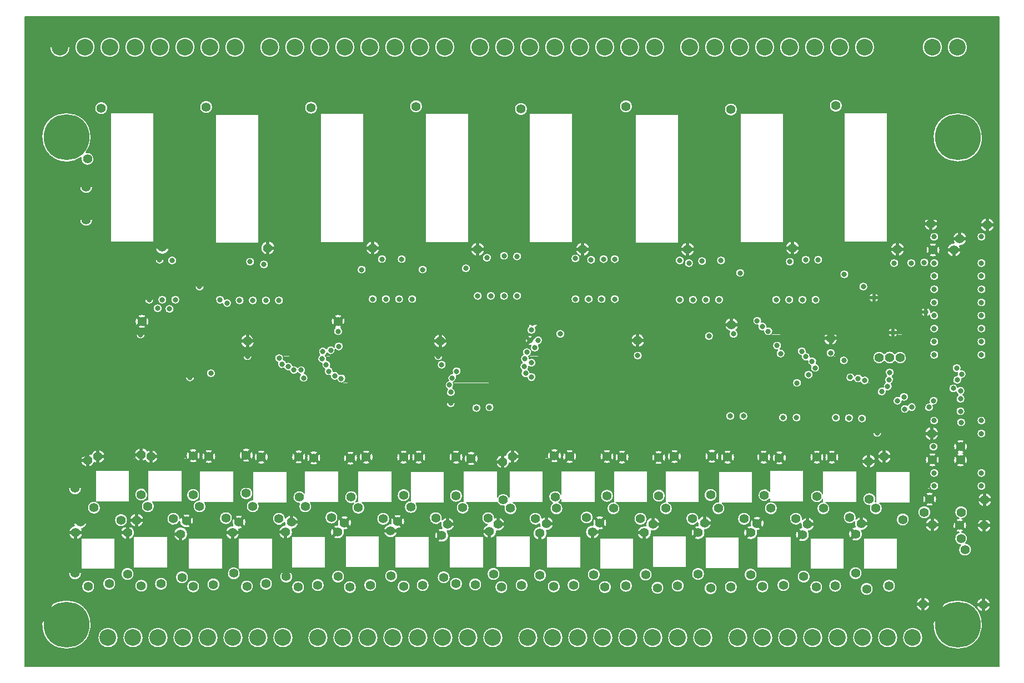
<source format=gbr>
%FSLAX23Y23*%
%MOIN*%
G04 EasyPC Gerber Version 17.0 Build 3379 *
%ADD86C,0.00787*%
%ADD87C,0.01969*%
%ADD23C,0.02000*%
%ADD22C,0.03200*%
%ADD21C,0.05600*%
%ADD17C,0.10000*%
%ADD13C,0.27500*%
X0Y0D02*
D02*
D13*
X278Y278D03*
Y3203D03*
X5628Y278D03*
Y3203D03*
D02*
D17*
X238Y3744D03*
X388D03*
X527Y200D03*
X538Y3744D03*
X677Y200D03*
X688Y3744D03*
X827Y200D03*
X838Y3744D03*
X977Y200D03*
X988Y3744D03*
X1127Y200D03*
X1138Y3744D03*
X1277Y200D03*
X1288Y3744D03*
X1427Y200D03*
X1498Y3744D03*
X1577Y200D03*
X1648Y3744D03*
X1787Y200D03*
X1798Y3744D03*
X1937Y200D03*
X1948Y3744D03*
X2087Y200D03*
X2098Y3744D03*
X2237Y200D03*
X2248Y3744D03*
X2387Y200D03*
X2398Y3744D03*
X2537Y200D03*
X2548Y3744D03*
X2687Y200D03*
X2758Y3744D03*
X2837Y200D03*
X2908Y3744D03*
X3047Y200D03*
X3058Y3744D03*
X3197Y200D03*
X3208Y3744D03*
X3347Y200D03*
X3358Y3744D03*
X3497Y200D03*
X3508Y3744D03*
X3647Y200D03*
X3658Y3744D03*
X3797Y200D03*
X3808Y3744D03*
X3947Y200D03*
X4018Y3744D03*
X4097Y200D03*
X4168Y3744D03*
X4307Y200D03*
X4318Y3744D03*
X4457Y200D03*
X4468Y3744D03*
X4607Y200D03*
X4618Y3744D03*
X4757Y200D03*
X4768Y3744D03*
X4907Y200D03*
X4918Y3744D03*
X5057Y200D03*
X5068Y3744D03*
X5207Y200D03*
X5357D03*
X5475Y3744D03*
X5625D03*
D02*
D21*
X329Y586D03*
Y1096D03*
X333Y830D03*
X361Y893D03*
X396Y2708D03*
Y2905D03*
X404Y1265D03*
Y3074D03*
X408Y507D03*
X443Y980D03*
X467Y1287D03*
X486Y3378D03*
X534Y523D03*
X605Y905D03*
X644Y582D03*
Y830D03*
X699Y905D03*
X727Y511D03*
Y1059D03*
Y1299D03*
X731Y2098D03*
X766Y988D03*
X786Y1287D03*
X845Y523D03*
X853Y2543D03*
X920Y913D03*
X963Y822D03*
X971Y562D03*
X998Y901D03*
X1038Y507D03*
Y1056D03*
Y1292D03*
X1077Y988D03*
X1116Y3385D03*
X1132Y1287D03*
X1160Y519D03*
X1235Y917D03*
X1274Y830D03*
X1282Y586D03*
X1313Y893D03*
X1357Y1066D03*
Y1295D03*
X1361Y507D03*
X1364Y1980D03*
X1396Y988D03*
X1447Y1283D03*
X1475Y523D03*
X1486Y2539D03*
X1553Y913D03*
X1593Y834D03*
X1597Y566D03*
X1628Y893D03*
X1668Y503D03*
X1672Y1285D03*
X1675Y1044D03*
X1711Y988D03*
X1746Y3381D03*
X1762Y1279D03*
X1786Y515D03*
X1868Y921D03*
X1904Y834D03*
X1908Y566D03*
Y2098D03*
X1947Y889D03*
X1979Y503D03*
X1983Y1277D03*
X1986Y1043D03*
X2030Y980D03*
X2077Y1283D03*
X2101Y515D03*
X2116Y2539D03*
X2179Y913D03*
X2223Y842D03*
X2227Y570D03*
X2266Y897D03*
X2301Y507D03*
Y1055D03*
Y1283D03*
X2345Y984D03*
X2376Y3389D03*
X2392Y1283D03*
X2416Y515D03*
X2494Y917D03*
X2522Y1980D03*
X2530Y814D03*
X2542Y562D03*
X2565Y881D03*
X2616Y523D03*
Y1051D03*
Y1283D03*
X2656Y980D03*
X2707Y1275D03*
X2731Y519D03*
X2746Y2531D03*
X2809Y917D03*
X2817Y838D03*
X2841Y582D03*
X2868Y881D03*
X2888Y503D03*
X2896Y1255D03*
X2900Y1027D03*
X2943Y976D03*
X2955Y1287D03*
X3006Y3373D03*
X3010Y515D03*
X3093Y913D03*
X3120Y574D03*
Y826D03*
X3160Y885D03*
X3203Y507D03*
X3207Y1292D03*
X3211Y1044D03*
X3219Y976D03*
X3298Y1287D03*
X3321Y515D03*
X3376Y2531D03*
X3400Y921D03*
X3435Y834D03*
X3443Y578D03*
X3479Y889D03*
X3510Y503D03*
X3522Y1051D03*
Y1287D03*
X3561Y976D03*
X3612Y1283D03*
X3636Y511D03*
Y3389D03*
X3707Y1984D03*
X3723Y913D03*
X3746Y830D03*
X3754Y578D03*
X3798Y881D03*
X3825Y499D03*
X3833Y1052D03*
Y1281D03*
X3876Y976D03*
X3927Y1287D03*
X3947Y511D03*
X4006Y2531D03*
X4034Y913D03*
X4069Y582D03*
Y830D03*
X4109Y889D03*
X4144Y496D03*
Y1056D03*
X4152Y1289D03*
X4191Y976D03*
X4246Y1283D03*
X4266Y503D03*
Y3370D03*
X4270Y2078D03*
X4345Y913D03*
X4384Y578D03*
Y830D03*
X4423Y885D03*
X4455Y507D03*
X4463Y1283D03*
X4467Y1055D03*
X4506Y976D03*
X4557Y1279D03*
X4581Y515D03*
X4636Y2539D03*
X4656Y913D03*
X4695Y818D03*
X4703Y566D03*
X4727Y881D03*
X4778Y503D03*
X4782Y1047D03*
Y1283D03*
X4821Y976D03*
X4864Y1996D03*
X4872Y1283D03*
X4892Y511D03*
X4896Y3393D03*
X4979Y921D03*
X5014Y586D03*
Y822D03*
X5049Y885D03*
X5081Y492D03*
X5093Y1259D03*
X5097Y1031D03*
X5136Y976D03*
X5156Y1881D03*
X5187Y1287D03*
X5215Y511D03*
X5219Y1881D03*
X5266Y2531D03*
X5282Y1881D03*
X5298Y909D03*
X5420Y401D03*
X5427Y952D03*
X5459Y1031D03*
X5467Y2684D03*
X5471Y1425D03*
X5475Y877D03*
Y1267D03*
X5479Y2527D03*
X5605D03*
X5640Y873D03*
Y2594D03*
X5644Y1267D03*
Y1346D03*
X5648Y795D03*
Y952D03*
X5672Y728D03*
X5782Y397D03*
X5786Y873D03*
X5790Y1027D03*
X5805Y2677D03*
D02*
D22*
X723Y2019D03*
X774Y2228D03*
X825Y2177D03*
X837Y2468D03*
X853Y2228D03*
X896Y2173D03*
X912Y2464D03*
X931Y2228D03*
X1019Y1762D03*
X1077Y2307D03*
X1145Y1787D03*
X1199Y2228D03*
X1242Y2208D03*
X1317Y2224D03*
X1364Y1889D03*
X1380Y2456D03*
X1396Y2224D03*
X1463Y2440D03*
X1475Y2224D03*
X1553D03*
X1554Y1877D03*
X1572Y1842D03*
X1608Y1827D03*
X1642Y1806D03*
X1687D03*
X1701Y1759D03*
X1813Y1873D03*
X1817Y1917D03*
X1837Y1838D03*
X1853Y1799D03*
X1864Y1925D03*
X1888Y1771D03*
X1908Y2039D03*
X1912Y1948D03*
X1927Y1755D03*
X2049Y2409D03*
X2116Y2232D03*
X2172Y2472D03*
X2195Y2232D03*
X2274D03*
X2290Y2472D03*
X2353Y2232D03*
X2416Y2409D03*
X2510Y1889D03*
X2530Y1838D03*
X2577Y1716D03*
X2584Y1606D03*
X2585Y1673D03*
X2593Y1759D03*
X2620Y1799D03*
X2675Y2417D03*
X2738Y1578D03*
X2746Y2251D03*
X2801Y2480D03*
X2817Y1582D03*
X2825Y2251D03*
X2904D03*
Y2492D03*
X2983Y2251D03*
Y2488D03*
X3026Y1826D03*
X3030Y1873D03*
X3034Y1787D03*
X3042Y1913D03*
X3061Y1984D03*
X3069Y1763D03*
Y1850D03*
Y2047D03*
X3077Y2086D03*
X3089Y1940D03*
X3109Y1984D03*
X3242Y2023D03*
X3333Y2232D03*
Y2476D03*
X3412Y2232D03*
X3427Y2468D03*
X3490Y2232D03*
X3502Y2472D03*
X3569Y2232D03*
Y2472D03*
X3707Y1893D03*
X3959Y2228D03*
Y2464D03*
X4014Y2448D03*
X4038Y2228D03*
X4093Y2460D03*
X4116Y2228D03*
X4134Y2010D03*
X4195Y2228D03*
X4207Y2464D03*
X4262Y1530D03*
X4282Y2023D03*
X4321Y2389D03*
X4341Y1530D03*
X4423Y2102D03*
X4455Y2066D03*
X4490Y2039D03*
X4538Y2228D03*
X4543Y1953D03*
X4564Y1905D03*
X4579Y1521D03*
X4616Y2228D03*
X4620Y2456D03*
X4660Y1521D03*
X4663Y1729D03*
X4691Y1919D03*
X4695Y2228D03*
X4715Y2468D03*
X4716Y1887D03*
X4732Y1778D03*
X4753Y1858D03*
X4771Y1819D03*
X4774Y2228D03*
X4790Y2468D03*
X4864Y1909D03*
X4896Y1520D03*
X4944Y1864D03*
X4947Y2381D03*
X4975Y1518D03*
X4983Y1763D03*
X5030Y1755D03*
X5053Y1515D03*
X5061Y2307D03*
X5069Y1744D03*
X5124Y2240D03*
X5144Y1429D03*
X5172Y1677D03*
X5207Y1708D03*
X5215Y1747D03*
X5219Y1791D03*
X5238Y2031D03*
X5246Y2448D03*
X5266Y1622D03*
X5305Y1645D03*
X5310Y1572D03*
X5349Y2448D03*
X5351Y1583D03*
X5427Y2452D03*
X5435Y2153D03*
X5455Y1583D03*
X5482Y1346D03*
X5483Y1622D03*
X5486Y1110D03*
Y1188D03*
Y1503D03*
Y1897D03*
Y1976D03*
Y2055D03*
Y2133D03*
Y2212D03*
Y2291D03*
Y2370D03*
Y2448D03*
Y2606D03*
X5601Y1696D03*
X5621Y1818D03*
X5624Y1747D03*
X5644Y1559D03*
Y1633D03*
Y1681D03*
X5648Y1492D03*
X5651Y1781D03*
X5770Y1110D03*
Y1188D03*
Y1425D03*
Y1503D03*
Y1897D03*
Y1976D03*
Y2055D03*
Y2133D03*
Y2212D03*
Y2291D03*
Y2370D03*
Y2448D03*
Y2606D03*
D02*
D23*
X1364Y1980D02*
X1361Y1984D01*
X1486Y2539D02*
Y2527D01*
X1672Y1285D02*
Y1287D01*
X1983Y1277D02*
Y1275D01*
X1986Y1271*
X2301Y1283D02*
X2298D01*
X2522Y1980D02*
X2518Y1976D01*
X3707Y1984D02*
Y1980D01*
X4636Y2539D02*
Y2527D01*
X4864Y1996D02*
X4872D01*
Y1976*
X4876*
X5420Y401D02*
Y409D01*
D02*
D86*
X29Y29D02*
X5876D01*
Y3926*
X29*
Y29*
X129Y278D02*
G75*
G02X426I148D01*
G01*
G75*
G02X129I-148*
G01*
X178Y3744D02*
G75*
G02X299I61D01*
G01*
G75*
G02X178I-61*
G01*
X290Y586D02*
G75*
G02X368I39D01*
G01*
G75*
G02X290I-39*
G01*
Y1096D02*
G75*
G02X368I39D01*
G01*
G75*
G02X290I-39*
G01*
X325Y871D02*
G75*
G02X319Y893I36J22D01*
G01*
G75*
G02X402I42*
G01*
G75*
G02X369Y852I-42*
G01*
G75*
G02X375Y830I-36J-22*
G01*
G75*
G02X291I-42*
G01*
G75*
G02X325Y871I42*
G01*
X328Y3744D02*
G75*
G02X449I61D01*
G01*
G75*
G02X328I-61*
G01*
X357Y2708D02*
G75*
G02X435I39D01*
G01*
G75*
G02X357I-39*
G01*
Y2905D02*
G75*
G02X435I39D01*
G01*
G75*
G02X357I-39*
G01*
X364Y799D02*
X569D01*
Y610*
X364*
Y799*
X366Y3083D02*
G75*
G02X129Y3203I-88J119D01*
G01*
G75*
G02X426I148*
G01*
G75*
G02X395Y3112I-148*
G01*
G75*
G02X443Y3074I8J-38*
G01*
G75*
G02X365I-39*
G01*
G75*
G02X366Y3083I39*
G01*
X369Y507D02*
G75*
G02X447I39D01*
G01*
G75*
G02X369I-39*
G01*
X427Y1300D02*
G75*
G02X509Y1287I40J-13D01*
G01*
G75*
G02X444Y1252I-42*
G01*
G75*
G02X362Y1265I-40J13*
G01*
G75*
G02X427Y1300I42*
G01*
X448Y3378D02*
G75*
G02X525I39D01*
G01*
G75*
G02X448I-39*
G01*
X451Y1018D02*
Y1204D01*
X656*
Y1015*
X459*
G75*
G02X482Y980I-16J-35*
G01*
G75*
G02X404I-39*
G01*
G75*
G02X451Y1018I39*
G01*
X478Y3744D02*
G75*
G02X599I61D01*
G01*
G75*
G02X478I-61*
G01*
X495Y523D02*
G75*
G02X573I39D01*
G01*
G75*
G02X495I-39*
G01*
X542Y3350D02*
X801D01*
Y2574*
X542*
Y3350*
X566Y905D02*
G75*
G02X644I39D01*
G01*
G75*
G02X566I-39*
G01*
X588Y200D02*
G75*
G02X466I-61D01*
G01*
G75*
G02X588I61*
G01*
X602Y830D02*
G75*
G02X686I42D01*
G01*
G75*
G02X602I-42*
G01*
X605Y582D02*
G75*
G02X683I39D01*
G01*
G75*
G02X605I-39*
G01*
X628Y3744D02*
G75*
G02X749I61D01*
G01*
G75*
G02X628I-61*
G01*
X657Y905D02*
G75*
G02X741I42D01*
G01*
G75*
G02X657I-42*
G01*
X679Y807D02*
X884D01*
Y618*
X679*
Y807*
X688Y511D02*
G75*
G02X766I39D01*
G01*
G75*
G02X688I-39*
G01*
Y1059D02*
G75*
G02X766I39D01*
G01*
G75*
G02X688I-39*
G01*
X689Y2098D02*
G75*
G02X773I42D01*
G01*
G75*
G02X689I-42*
G01*
X696Y2019D02*
G75*
G02X750I27D01*
G01*
G75*
G02X696I-27*
G01*
X738Y200D02*
G75*
G02X616I-61D01*
G01*
G75*
G02X738I61*
G01*
X747Y2228D02*
G75*
G02X801I27D01*
G01*
G75*
G02X747I-27*
G01*
X750Y1264D02*
G75*
G02X685Y1299I-24J35D01*
G01*
G75*
G02X762Y1321I42*
G01*
G75*
G02X828Y1287I24J-35*
G01*
G75*
G02X750Y1264I-42*
G01*
X766Y1027D02*
Y1204D01*
X971*
Y1015*
X794*
G75*
G02X805Y988I-28J-28*
G01*
G75*
G02X727I-39*
G01*
G75*
G02X766Y1027I39*
G01*
X778Y3744D02*
G75*
G02X899I61D01*
G01*
G75*
G02X778I-61*
G01*
X798Y2177D02*
G75*
G02X852I27D01*
G01*
G75*
G02X798I-27*
G01*
X806Y523D02*
G75*
G02X884I39D01*
G01*
G75*
G02X806I-39*
G01*
X810Y2468D02*
G75*
G02X864I27D01*
G01*
G75*
G02X810I-27*
G01*
X811Y2543D02*
G75*
G02X895I42D01*
G01*
G75*
G02X811I-42*
G01*
X826Y2228D02*
G75*
G02X880I27D01*
G01*
G75*
G02X826I-27*
G01*
X869Y2173D02*
G75*
G02X923I27D01*
G01*
G75*
G02X869I-27*
G01*
X885Y2464D02*
G75*
G02X939I27D01*
G01*
G75*
G02X885I-27*
G01*
X888Y200D02*
G75*
G02X766I-61D01*
G01*
G75*
G02X888I61*
G01*
X904Y2228D02*
G75*
G02X958I27D01*
G01*
G75*
G02X904I-27*
G01*
X921Y822D02*
G75*
G02X1005I42D01*
G01*
G75*
G02X921I-42*
G01*
X928Y3744D02*
G75*
G02X1049I61D01*
G01*
G75*
G02X928I-61*
G01*
X932Y562D02*
G75*
G02X1010I39D01*
G01*
G75*
G02X932I-39*
G01*
X956Y900D02*
G75*
G02X881Y913I-37J13D01*
G01*
G75*
G02X958Y914I39*
G01*
G75*
G02X1040Y901I40J-13*
G01*
G75*
G02X956Y900I-42*
G01*
X992Y1762D02*
G75*
G02X1046I27D01*
G01*
G75*
G02X992I-27*
G01*
X996Y1292D02*
G75*
G02X1080I42D01*
G01*
G75*
G02X996I-42*
G01*
X999Y507D02*
G75*
G02X1077I39D01*
G01*
G75*
G02X999I-39*
G01*
Y1056D02*
G75*
G02X1077I39D01*
G01*
G75*
G02X999I-39*
G01*
X1010Y799D02*
X1215D01*
Y610*
X1010*
Y799*
X1038Y200D02*
G75*
G02X916I-61D01*
G01*
G75*
G02X1038I61*
G01*
X1050Y2307D02*
G75*
G02X1104I27D01*
G01*
G75*
G02X1050I-27*
G01*
X1077Y1027D02*
Y1200D01*
X1282*
Y1011*
X1108*
G75*
G02X1116Y988I-31J-24*
G01*
G75*
G02X1038I-39*
G01*
G75*
G02X1077Y1027I39*
G01*
X1077Y3385D02*
G75*
G02X1155I39D01*
G01*
G75*
G02X1077I-39*
G01*
X1078Y3744D02*
G75*
G02X1199I61D01*
G01*
G75*
G02X1078I-61*
G01*
X1090Y1287D02*
G75*
G02X1174I42D01*
G01*
G75*
G02X1090I-42*
G01*
X1118Y1787D02*
G75*
G02X1172I27D01*
G01*
G75*
G02X1118I-27*
G01*
X1121Y519D02*
G75*
G02X1199I39D01*
G01*
G75*
G02X1121I-39*
G01*
X1172Y3342D02*
X1431D01*
Y2566*
X1172*
Y3342*
X1188Y200D02*
G75*
G02X1066I-61D01*
G01*
G75*
G02X1188I61*
G01*
X1196Y917D02*
G75*
G02X1273I39D01*
G01*
G75*
G02X1196I-39*
G01*
X1216Y2206D02*
G75*
G02X1172Y2228I-16J21D01*
G01*
G75*
G02X1226Y2229I27*
G01*
G75*
G02X1269Y2208I16J-21*
G01*
G75*
G02X1216Y2206I-27*
G01*
X1228Y3744D02*
G75*
G02X1349I61D01*
G01*
G75*
G02X1228I-61*
G01*
X1277Y872D02*
G75*
G02X1271Y893I36J21D01*
G01*
G75*
G02X1355I42*
G01*
G75*
G02X1310Y851I-42*
G01*
G75*
G02X1316Y830I-36J-21*
G01*
G75*
G02X1232I-42*
G01*
G75*
G02X1277Y872I42*
G01*
X1290Y2224D02*
G75*
G02X1344I27D01*
G01*
G75*
G02X1290I-27*
G01*
X1309Y614D02*
Y799D01*
X1514*
Y610*
X1313*
G75*
G02X1321Y586I-31J-24*
G01*
G75*
G02X1243I-39*
G01*
G75*
G02X1309Y614I39*
G01*
X1315Y1295D02*
G75*
G02X1399I42D01*
G01*
G75*
G02X1315I-42*
G01*
X1318Y1066D02*
G75*
G02X1396I39D01*
G01*
G75*
G02X1318I-39*
G01*
X1322Y507D02*
G75*
G02X1399I39D01*
G01*
G75*
G02X1322I-39*
G01*
X1323Y1980D02*
G75*
G02X1406I42D01*
G01*
G75*
G02X1323I-42*
G01*
X1338Y1889D02*
G75*
G02X1391I27D01*
G01*
G75*
G02X1338I-27*
G01*
X1338Y200D02*
G75*
G02X1216I-61D01*
G01*
G75*
G02X1338I61*
G01*
X1353Y2456D02*
G75*
G02X1407I27D01*
G01*
G75*
G02X1353I-27*
G01*
X1369Y2224D02*
G75*
G02X1423I27D01*
G01*
G75*
G02X1369I-27*
G01*
X1396Y1027D02*
Y1196D01*
X1601*
Y1007*
X1430*
G75*
G02X1435Y988I-34J-20*
G01*
G75*
G02X1357I-39*
G01*
G75*
G02X1396Y1027I39*
G01*
X1405Y1283D02*
G75*
G02X1489I42D01*
G01*
G75*
G02X1405I-42*
G01*
X1436Y523D02*
G75*
G02X1514I39D01*
G01*
G75*
G02X1436I-39*
G01*
X1436Y2440D02*
G75*
G02X1490I27D01*
G01*
G75*
G02X1436I-27*
G01*
X1437Y3744D02*
G75*
G02X1559I61D01*
G01*
G75*
G02X1437I-61*
G01*
X1445Y2539D02*
G75*
G02X1528I42D01*
G01*
G75*
G02X1445I-42*
G01*
X1448Y2224D02*
G75*
G02X1502I27D01*
G01*
G75*
G02X1448I-27*
G01*
X1488Y200D02*
G75*
G02X1366I-61D01*
G01*
G75*
G02X1488I61*
G01*
X1526Y2224D02*
G75*
G02X1580I27D01*
G01*
G75*
G02X1526I-27*
G01*
X1547Y1851D02*
G75*
G02X1527Y1877I7J26D01*
G01*
G75*
G02X1580I27*
G01*
G75*
G02X1579Y1868I-27J0*
G01*
G75*
G02X1597Y1851I-7J-26*
G01*
G75*
G02X1635Y1832I11J-25*
G01*
G75*
G02X1665Y1820I7J-26*
G01*
G75*
G02X1714Y1806I22J-15*
G01*
G75*
G02X1705Y1786I-27*
G01*
G75*
G02X1728Y1759I-5J-27*
G01*
G75*
G02X1674I-27*
G01*
G75*
G02X1682Y1779I27*
G01*
G75*
G02X1665Y1791I5J27*
G01*
G75*
G02X1616Y1801I-22J15*
G01*
G75*
G02X1583Y1817I-7J26*
G01*
G75*
G02X1547Y1851I-11J25*
G01*
X1558Y566D02*
G75*
G02X1636I39D01*
G01*
G75*
G02X1558I-39*
G01*
X1586Y892D02*
G75*
G02X1514Y913I-33J21D01*
G01*
G75*
G02X1592Y915I39*
G01*
G75*
G02X1670Y893I36J-22*
G01*
G75*
G02X1631Y851I-42*
G01*
G75*
G02X1635Y834I-38J-17*
G01*
G75*
G02X1551I-42*
G01*
G75*
G02X1590Y876I42*
G01*
G75*
G02X1586Y892I38J17*
G01*
X1587Y3744D02*
G75*
G02X1709I61D01*
G01*
G75*
G02X1587I-61*
G01*
X1628Y807D02*
X1833D01*
Y618*
X1628*
Y807*
X1629Y503D02*
G75*
G02X1707I39D01*
G01*
G75*
G02X1629I-39*
G01*
X1630Y1285D02*
G75*
G02X1713I42D01*
G01*
G75*
G02X1630I-42*
G01*
X1638Y200D02*
G75*
G02X1516I-61D01*
G01*
G75*
G02X1638I61*
G01*
X1676Y1006D02*
G75*
G02X1637Y1044I-1J39D01*
G01*
G75*
G02X1707Y1067I39*
G01*
Y1200*
X1912*
Y1011*
X1742*
G75*
G02X1750Y988I-31J-24*
G01*
G75*
G02X1672I-39*
G01*
G75*
G02X1676Y1006I39J0*
G01*
X1707Y3381D02*
G75*
G02X1785I39D01*
G01*
G75*
G02X1707I-39*
G01*
X1720Y1279D02*
G75*
G02X1804I42D01*
G01*
G75*
G02X1720I-42*
G01*
X1737Y3744D02*
G75*
G02X1859I61D01*
G01*
G75*
G02X1737I-61*
G01*
X1747Y515D02*
G75*
G02X1825I39D01*
G01*
G75*
G02X1747I-39*
G01*
X1799Y1897D02*
G75*
G02X1790Y1917I18J20D01*
G01*
G75*
G02X1839Y1933I27*
G01*
G75*
G02X1886Y1941I26J-8*
G01*
G75*
G02X1885Y1948I26J7*
G01*
G75*
G02X1939I27*
G01*
G75*
G02X1890Y1932I-27*
G01*
G75*
G02X1843Y1909I-26J-7*
G01*
G75*
G02X1831Y1894I-26J8*
G01*
G75*
G02X1839Y1865I-18J-20*
G01*
G75*
G02X1860Y1825I-2J-27*
G01*
G75*
G02X1880Y1799I-8J-26*
G01*
G75*
G02X1879Y1797I-27J0*
G01*
G75*
G02X1914Y1779I9J-26*
G01*
G75*
G02X1954Y1755I14J-23*
G01*
G75*
G02X1902Y1748I-27*
G01*
G75*
G02X1861Y1771I-14J23*
G01*
G75*
G02X1861Y1773I27J0*
G01*
G75*
G02X1829Y1812I-9J26*
G01*
G75*
G02X1811Y1847I8J26*
G01*
G75*
G02X1799Y1897I2J27*
G01*
X1801Y3346D02*
X2061D01*
Y2570*
X1801*
Y3346*
X1829Y921D02*
G75*
G02X1907I39D01*
G01*
G75*
G02X1829I-39*
G01*
X1848Y200D02*
G75*
G02X1726I-61D01*
G01*
G75*
G02X1848I61*
G01*
X1869Y566D02*
G75*
G02X1947I39D01*
G01*
G75*
G02X1869I-39*
G01*
X1887Y3744D02*
G75*
G02X2009I61D01*
G01*
G75*
G02X1887I-61*
G01*
X1891Y2060D02*
G75*
G02X1866Y2098I17J38D01*
G01*
G75*
G02X1950I42*
G01*
G75*
G02X1925Y2060I-42*
G01*
G75*
G02X1935Y2039I-17J-21*
G01*
G75*
G02X1881I-27*
G01*
G75*
G02X1891Y2060I27J0*
G01*
X1907Y876D02*
G75*
G02X1905Y889I40J13D01*
G01*
G75*
G02X1989I42*
G01*
G75*
G02X1944Y847I-42*
G01*
G75*
G02X1946Y834I-40J-13*
G01*
G75*
G02X1862I-42*
G01*
G75*
G02X1907Y876I42*
G01*
X1940Y503D02*
G75*
G02X2018I39D01*
G01*
G75*
G02X1940I-39*
G01*
X1941Y1277D02*
G75*
G02X2024I42D01*
G01*
G75*
G02X1941I-42*
G01*
X1951Y810D02*
X2156D01*
Y622*
X1951*
Y810*
X1998Y200D02*
G75*
G02X1876I-61D01*
G01*
G75*
G02X1998I61*
G01*
X2002Y1007D02*
G75*
G02X1948Y1043I-16J36D01*
G01*
G75*
G02X2025I39*
G01*
G75*
G02X2014Y1015I-39*
G01*
G75*
G02X2026Y1019I16J-36*
G01*
Y1200*
X2231*
Y1011*
X2053*
G75*
G02X2069Y980I-23J-31*
G01*
G75*
G02X1991I-39*
G01*
G75*
G02X2002Y1007I39*
G01*
X2023Y2409D02*
G75*
G02X2076I27D01*
G01*
G75*
G02X2023I-27*
G01*
X2035Y1283D02*
G75*
G02X2119I42D01*
G01*
G75*
G02X2035I-42*
G01*
X2037Y3744D02*
G75*
G02X2159I61D01*
G01*
G75*
G02X2037I-61*
G01*
X2062Y515D02*
G75*
G02X2140I39D01*
G01*
G75*
G02X2062I-39*
G01*
X2074Y2539D02*
G75*
G02X2158I42D01*
G01*
G75*
G02X2074I-42*
G01*
X2089Y2232D02*
G75*
G02X2143I27D01*
G01*
G75*
G02X2089I-27*
G01*
X2140Y913D02*
G75*
G02X2218I39D01*
G01*
G75*
G02X2140I-39*
G01*
X2145Y2472D02*
G75*
G02X2198I27D01*
G01*
G75*
G02X2145I-27*
G01*
X2148Y200D02*
G75*
G02X2026I-61D01*
G01*
G75*
G02X2148I61*
G01*
X2168Y2232D02*
G75*
G02X2222I27D01*
G01*
G75*
G02X2168I-27*
G01*
X2187Y3744D02*
G75*
G02X2309I61D01*
G01*
G75*
G02X2187I-61*
G01*
X2188Y570D02*
G75*
G02X2266I39D01*
G01*
G75*
G02X2188I-39*
G01*
X2226Y884D02*
G75*
G02X2224Y897I40J13D01*
G01*
G75*
G02X2308I42*
G01*
G75*
G02X2262Y855I-42*
G01*
G75*
G02X2265Y842I-40J-13*
G01*
G75*
G02X2181I-42*
G01*
G75*
G02X2226Y884I42*
G01*
X2247Y2232D02*
G75*
G02X2301I27D01*
G01*
G75*
G02X2247I-27*
G01*
X2250Y807D02*
X2455D01*
Y618*
X2250*
Y807*
X2260Y1283D02*
G75*
G02X2343I42D01*
G01*
G75*
G02X2260I-42*
G01*
X2263Y507D02*
G75*
G02X2340I39D01*
G01*
G75*
G02X2263I-39*
G01*
Y1055D02*
G75*
G02X2340I39D01*
G01*
G75*
G02X2263I-39*
G01*
X2263Y2472D02*
G75*
G02X2317I27D01*
G01*
G75*
G02X2263I-27*
G01*
X2298Y200D02*
G75*
G02X2176I-61D01*
G01*
G75*
G02X2298I61*
G01*
X2326Y2232D02*
G75*
G02X2380I27D01*
G01*
G75*
G02X2326I-27*
G01*
X2337Y3389D02*
G75*
G02X2415I39D01*
G01*
G75*
G02X2337I-39*
G01*
X2337Y3744D02*
G75*
G02X2459I61D01*
G01*
G75*
G02X2337I-61*
G01*
X2341Y1022D02*
Y1196D01*
X2546*
Y1007*
X2376*
G75*
G02X2384Y984I-31J-24*
G01*
G75*
G02X2306I-39*
G01*
G75*
G02X2341Y1022I39*
G01*
X2350Y1283D02*
G75*
G02X2434I42D01*
G01*
G75*
G02X2350I-42*
G01*
X2377Y515D02*
G75*
G02X2455I39D01*
G01*
G75*
G02X2377I-39*
G01*
X2389Y2409D02*
G75*
G02X2443I27D01*
G01*
G75*
G02X2389I-27*
G01*
X2431Y3346D02*
X2691D01*
Y2570*
X2431*
Y3346*
X2448Y200D02*
G75*
G02X2326I-61D01*
G01*
G75*
G02X2448I61*
G01*
X2480Y1980D02*
G75*
G02X2564I42D01*
G01*
G75*
G02X2480I-42*
G01*
X2483Y1889D02*
G75*
G02X2537I27D01*
G01*
G75*
G02X2483I-27*
G01*
X2487Y3744D02*
G75*
G02X2609I61D01*
G01*
G75*
G02X2487I-61*
G01*
X2503Y562D02*
G75*
G02X2581I39D01*
G01*
G75*
G02X2503I-39*
G01*
X2503Y1838D02*
G75*
G02X2557I27D01*
G01*
G75*
G02X2503I-27*
G01*
X2525Y892D02*
G75*
G02X2455Y917I-30J24D01*
G01*
G75*
G02X2533I39*
G01*
G75*
G02X2532Y907I-39J0*
G01*
G75*
G02X2607Y881I33J-26*
G01*
G75*
G02X2563Y839I-42*
G01*
G75*
G02X2572Y814I-34J-25*
G01*
G75*
G02X2488I-42*
G01*
G75*
G02X2532Y856I42*
G01*
G75*
G02X2525Y892I34J25*
G01*
X2557Y1606D02*
G75*
G02X2611I27D01*
G01*
G75*
G02X2557I-27*
G01*
X2566Y1692D02*
G75*
G02X2572Y1742I11J24D01*
G01*
G75*
G02X2597Y1786I21J17*
G01*
G75*
G02X2593Y1799I24J13*
G01*
G75*
G02X2647I27*
G01*
G75*
G02X2617Y1772I-27*
G01*
G75*
G02X2598Y1733I-24J-13*
G01*
G75*
G02X2596Y1697I-21J-17*
G01*
G75*
G02X2612Y1673I-11J-24*
G01*
G75*
G02X2558I-27*
G01*
G75*
G02X2566Y1692I27J0*
G01*
X2574Y1283D02*
G75*
G02X2658I42D01*
G01*
G75*
G02X2574I-42*
G01*
X2577Y807D02*
X2782D01*
Y618*
X2577*
Y807*
X2577Y523D02*
G75*
G02X2655I39D01*
G01*
G75*
G02X2577I-39*
G01*
Y1051D02*
G75*
G02X2655I39D01*
G01*
G75*
G02X2577I-39*
G01*
X2598Y200D02*
G75*
G02X2476I-61D01*
G01*
G75*
G02X2598I61*
G01*
X2649Y2417D02*
G75*
G02X2702I27D01*
G01*
G75*
G02X2649I-27*
G01*
X2660Y1019D02*
Y1200D01*
X2864*
Y1043*
G75*
G02X2935I35J-16*
G01*
Y1200*
X3140*
Y1011*
X2959*
G75*
G02X2982Y976I-16J-35*
G01*
G75*
G02X2904I-39*
G01*
G75*
G02X2906Y989I39J0*
G01*
G75*
G02X2864Y1011I-7J38*
G01*
X2679*
G75*
G02X2695Y980I-23J-31*
G01*
G75*
G02X2617I-39*
G01*
G75*
G02X2660Y1019I39*
G01*
X2665Y1275D02*
G75*
G02X2749I42D01*
G01*
G75*
G02X2665I-42*
G01*
X2692Y519D02*
G75*
G02X2770I39D01*
G01*
G75*
G02X2692I-39*
G01*
X2697Y3744D02*
G75*
G02X2819I61D01*
G01*
G75*
G02X2697I-61*
G01*
X2704Y2531D02*
G75*
G02X2788I42D01*
G01*
G75*
G02X2704I-42*
G01*
X2712Y1578D02*
G75*
G02X2765I27D01*
G01*
G75*
G02X2712I-27*
G01*
X2719Y2251D02*
G75*
G02X2773I27D01*
G01*
G75*
G02X2719I-27*
G01*
X2748Y200D02*
G75*
G02X2626I-61D01*
G01*
G75*
G02X2748I61*
G01*
X2775Y2480D02*
G75*
G02X2828I27D01*
G01*
G75*
G02X2775I-27*
G01*
X2790Y1582D02*
G75*
G02X2844I27D01*
G01*
G75*
G02X2790I-27*
G01*
X2798Y2251D02*
G75*
G02X2852I27D01*
G01*
G75*
G02X2798I-27*
G01*
X2802Y582D02*
G75*
G02X2880I39D01*
G01*
G75*
G02X2802I-39*
G01*
X2805Y878D02*
G75*
G02X2770Y917I5J39D01*
G01*
G75*
G02X2848Y918I39*
G01*
G75*
G02X2910Y881I20J-37*
G01*
G75*
G02X2859Y840I-42*
G01*
G75*
G02X2859Y838I-42J-2*
G01*
G75*
G02X2775I-42*
G01*
G75*
G02X2805Y878I42*
G01*
X2847Y3744D02*
G75*
G02X2969I61D01*
G01*
G75*
G02X2847I-61*
G01*
X2849Y503D02*
G75*
G02X2927I39D01*
G01*
G75*
G02X2849I-39*
G01*
X2857Y810D02*
X3061D01*
Y622*
X2857*
Y810*
X2877Y2251D02*
G75*
G02X2931I27D01*
G01*
G75*
G02X2877I-27*
G01*
Y2492D02*
G75*
G02X2931I27D01*
G01*
G75*
G02X2877I-27*
G01*
X2898Y200D02*
G75*
G02X2776I-61D01*
G01*
G75*
G02X2898I61*
G01*
X2914Y1293D02*
G75*
G02X2997Y1287I41J-7D01*
G01*
G75*
G02X2937Y1249I-42*
G01*
G75*
G02X2854Y1255I-41J7*
G01*
G75*
G02X2914Y1293I42*
G01*
X2956Y2251D02*
G75*
G02X3009I27D01*
G01*
G75*
G02X2956I-27*
G01*
Y2488D02*
G75*
G02X3009I27D01*
G01*
G75*
G02X2956I-27*
G01*
X2967Y3373D02*
G75*
G02X3045I39D01*
G01*
G75*
G02X2967I-39*
G01*
X2971Y515D02*
G75*
G02X3049I39D01*
G01*
G75*
G02X2971I-39*
G01*
X2997Y3744D02*
G75*
G02X3119I61D01*
G01*
G75*
G02X2997I-61*
G01*
X3012Y1803D02*
G75*
G02X3015Y1851I14J23D01*
G01*
G75*
G02X3019Y1898I15J23*
G01*
G75*
G02X3015Y1913I23J15*
G01*
G75*
G02X3069I27*
G01*
G75*
G02X3052Y1888I-27*
G01*
G75*
G02X3057Y1874I-23J-15*
G01*
G75*
G02X3096Y1850I12J-24*
G01*
G75*
G02X3053Y1829I-27*
G01*
G75*
G02X3053Y1826I-27J-2*
G01*
G75*
G02X3047Y1810I-27J0*
G01*
G75*
G02X3061Y1789I-14J-23*
G01*
G75*
G02X3096Y1763I9J-26*
G01*
G75*
G02X3042Y1761I-27*
G01*
G75*
G02X3012Y1803I-9J26*
G01*
X3053Y2068D02*
G75*
G02X3047Y2086I24J18D01*
G01*
G75*
G02X3107I30*
G01*
G75*
G02X3092Y2060I-30*
G01*
G75*
G02X3096Y2047I-23J-14*
G01*
G75*
G02X3042I-27*
G01*
G75*
G02X3053Y2068I27*
G01*
X3057Y3346D02*
X3317D01*
Y2570*
X3057*
Y3346*
X3066Y1954D02*
G75*
G02X3031Y1984I-4J30D01*
G01*
G75*
G02X3087Y2000I30*
G01*
G75*
G02X3135Y1984I22J-16*
G01*
G75*
G02X3110Y1957I-27*
G01*
G75*
G02X3116Y1940I-21J-16*
G01*
G75*
G02X3062I-27*
G01*
G75*
G02X3066Y1954I27J0*
G01*
X3081Y574D02*
G75*
G02X3159I39D01*
G01*
G75*
G02X3081I-39*
G01*
X3108Y200D02*
G75*
G02X2986I-61D01*
G01*
G75*
G02X3108I61*
G01*
X3118Y883D02*
G75*
G02X3054Y913I-25J30D01*
G01*
G75*
G02X3132Y916I39*
G01*
G75*
G02X3202Y885I28J-31*
G01*
G75*
G02X3159Y843I-42*
G01*
G75*
G02X3162Y826I-38J-17*
G01*
G75*
G02X3078I-42*
G01*
G75*
G02X3121Y868I42*
G01*
G75*
G02X3118Y883I38J17*
G01*
X3147Y3744D02*
G75*
G02X3269I61D01*
G01*
G75*
G02X3147I-61*
G01*
X3160Y807D02*
X3364D01*
Y618*
X3160*
Y807*
X3164Y507D02*
G75*
G02X3242I39D01*
G01*
G75*
G02X3164I-39*
G01*
X3165Y1292D02*
G75*
G02X3249I42D01*
G01*
G75*
G02X3165I-42*
G01*
X3197Y1008D02*
G75*
G02X3172Y1044I14J36D01*
G01*
G75*
G02X3246Y1061I39*
G01*
Y1200*
X3451*
Y1011*
X3246*
Y1028*
G75*
G02X3233Y1012I-35J16*
G01*
G75*
G02X3258Y976I-14J-36*
G01*
G75*
G02X3180I-39*
G01*
G75*
G02X3197Y1008I39*
G01*
X3215Y2023D02*
G75*
G02X3269I27D01*
G01*
G75*
G02X3215I-27*
G01*
X3256Y1287D02*
G75*
G02X3339I42D01*
G01*
G75*
G02X3256I-42*
G01*
X3258Y200D02*
G75*
G02X3136I-61D01*
G01*
G75*
G02X3258I61*
G01*
X3282Y515D02*
G75*
G02X3360I39D01*
G01*
G75*
G02X3282I-39*
G01*
X3297Y3744D02*
G75*
G02X3419I61D01*
G01*
G75*
G02X3297I-61*
G01*
X3306Y2232D02*
G75*
G02X3360I27D01*
G01*
G75*
G02X3306I-27*
G01*
Y2476D02*
G75*
G02X3360I27D01*
G01*
G75*
G02X3306I-27*
G01*
X3334Y2531D02*
G75*
G02X3418I42D01*
G01*
G75*
G02X3334I-42*
G01*
X3361Y921D02*
G75*
G02X3439I39D01*
G01*
G75*
G02X3361I-39*
G01*
X3385Y2232D02*
G75*
G02X3439I27D01*
G01*
G75*
G02X3385I-27*
G01*
X3400Y2468D02*
G75*
G02X3454I27D01*
G01*
G75*
G02X3400I-27*
G01*
X3404Y578D02*
G75*
G02X3482I39D01*
G01*
G75*
G02X3404I-39*
G01*
X3408Y200D02*
G75*
G02X3286I-61D01*
G01*
G75*
G02X3408I61*
G01*
X3439Y876D02*
G75*
G02X3437Y889I40J13D01*
G01*
G75*
G02X3521I42*
G01*
G75*
G02X3475Y847I-42*
G01*
G75*
G02X3477Y834I-40J-13*
G01*
G75*
G02X3393I-42*
G01*
G75*
G02X3439Y876I42*
G01*
X3447Y3744D02*
G75*
G02X3569I61D01*
G01*
G75*
G02X3447I-61*
G01*
X3463Y2232D02*
G75*
G02X3517I27D01*
G01*
G75*
G02X3463I-27*
G01*
X3471Y503D02*
G75*
G02X3549I39D01*
G01*
G75*
G02X3471I-39*
G01*
X3475Y2472D02*
G75*
G02X3529I27D01*
G01*
G75*
G02X3475I-27*
G01*
X3479Y799D02*
X3683D01*
Y610*
X3479*
Y799*
X3480Y1287D02*
G75*
G02X3564I42D01*
G01*
G75*
G02X3480I-42*
G01*
X3483Y1051D02*
G75*
G02X3561I39D01*
G01*
G75*
G02X3483I-39*
G01*
X3542Y2232D02*
G75*
G02X3596I27D01*
G01*
G75*
G02X3542I-27*
G01*
Y2472D02*
G75*
G02X3596I27D01*
G01*
G75*
G02X3542I-27*
G01*
X3558Y200D02*
G75*
G02X3436I-61D01*
G01*
G75*
G02X3558I61*
G01*
X3561Y1015D02*
Y1200D01*
X3766*
Y1011*
X3577*
G75*
G02X3600Y976I-16J-35*
G01*
G75*
G02X3522I-39*
G01*
G75*
G02X3561Y1015I39*
G01*
X3571Y1283D02*
G75*
G02X3654I42D01*
G01*
G75*
G02X3571I-42*
G01*
X3597Y511D02*
G75*
G02X3675I39D01*
G01*
G75*
G02X3597I-39*
G01*
Y3389D02*
G75*
G02X3675I39D01*
G01*
G75*
G02X3597I-39*
G01*
X3597Y3744D02*
G75*
G02X3719I61D01*
G01*
G75*
G02X3597I-61*
G01*
X3665Y1984D02*
G75*
G02X3749I42D01*
G01*
G75*
G02X3665I-42*
G01*
X3680Y1893D02*
G75*
G02X3734I27D01*
G01*
G75*
G02X3680I-27*
G01*
X3684Y913D02*
G75*
G02X3762I39D01*
G01*
G75*
G02X3684I-39*
G01*
X3691Y3342D02*
X3951D01*
Y2566*
X3691*
Y3342*
X3708Y200D02*
G75*
G02X3586I-61D01*
G01*
G75*
G02X3708I61*
G01*
X3715Y578D02*
G75*
G02X3793I39D01*
G01*
G75*
G02X3715I-39*
G01*
X3747Y3744D02*
G75*
G02X3869I61D01*
G01*
G75*
G02X3747I-61*
G01*
X3757Y871D02*
G75*
G02X3756Y881I41J11D01*
G01*
G75*
G02X3839I42*
G01*
G75*
G02X3787Y841I-42*
G01*
G75*
G02X3788Y830I-41J-11*
G01*
G75*
G02X3704I-42*
G01*
G75*
G02X3757Y871I42*
G01*
X3786Y499D02*
G75*
G02X3864I39D01*
G01*
G75*
G02X3786I-39*
G01*
X3791Y1281D02*
G75*
G02X3875I42D01*
G01*
G75*
G02X3791I-42*
G01*
X3794Y810D02*
X3998D01*
Y622*
X3794*
Y810*
X3794Y1052D02*
G75*
G02X3872I39D01*
G01*
G75*
G02X3794I-39*
G01*
X3858Y200D02*
G75*
G02X3736I-61D01*
G01*
G75*
G02X3858I61*
G01*
X3872Y1015D02*
Y1200D01*
X4077*
Y1011*
X3892*
G75*
G02X3915Y976I-16J-35*
G01*
G75*
G02X3837I-39*
G01*
G75*
G02X3872Y1015I39*
G01*
X3885Y1287D02*
G75*
G02X3969I42D01*
G01*
G75*
G02X3885I-42*
G01*
X3908Y511D02*
G75*
G02X3986I39D01*
G01*
G75*
G02X3908I-39*
G01*
X3932Y2228D02*
G75*
G02X3986I27D01*
G01*
G75*
G02X3932I-27*
G01*
Y2464D02*
G75*
G02X3986I27D01*
G01*
G75*
G02X3932I-27*
G01*
X3957Y3744D02*
G75*
G02X4079I61D01*
G01*
G75*
G02X3957I-61*
G01*
X3964Y2531D02*
G75*
G02X4048I42D01*
G01*
G75*
G02X3964I-42*
G01*
X3987Y2448D02*
G75*
G02X4041I27D01*
G01*
G75*
G02X3987I-27*
G01*
X4008Y200D02*
G75*
G02X3886I-61D01*
G01*
G75*
G02X4008I61*
G01*
X4011Y2228D02*
G75*
G02X4065I27D01*
G01*
G75*
G02X4011I-27*
G01*
X4030Y582D02*
G75*
G02X4108I39D01*
G01*
G75*
G02X4030I-39*
G01*
X4066Y2460D02*
G75*
G02X4120I27D01*
G01*
G75*
G02X4066I-27*
G01*
X4067Y892D02*
G75*
G02X3995Y913I-33J21D01*
G01*
G75*
G02X4073I39*
G01*
G75*
G02X4073Y911I-39J0*
G01*
G75*
G02X4150Y889I36J-22*
G01*
G75*
G02X4107Y847I-42*
G01*
G75*
G02X4111Y830I-38J-17*
G01*
G75*
G02X4027I-42*
G01*
G75*
G02X4070Y872I42*
G01*
G75*
G02X4067Y889I38J17*
G01*
G75*
G02X4067Y892I42J0*
G01*
X4089Y2228D02*
G75*
G02X4143I27D01*
G01*
G75*
G02X4089I-27*
G01*
X4105Y496D02*
G75*
G02X4183I39D01*
G01*
G75*
G02X4105I-39*
G01*
Y1056D02*
G75*
G02X4183I39D01*
G01*
G75*
G02X4105I-39*
G01*
X4107Y3744D02*
G75*
G02X4229I61D01*
G01*
G75*
G02X4107I-61*
G01*
X4108Y2010D02*
G75*
G02X4161I27D01*
G01*
G75*
G02X4108I-27*
G01*
X4110Y1289D02*
G75*
G02X4194I42D01*
G01*
G75*
G02X4110I-42*
G01*
X4112Y803D02*
X4317D01*
Y614*
X4112*
Y803*
X4158Y200D02*
G75*
G02X4036I-61D01*
G01*
G75*
G02X4158I61*
G01*
X4168Y2228D02*
G75*
G02X4222I27D01*
G01*
G75*
G02X4168I-27*
G01*
X4180Y2464D02*
G75*
G02X4234I27D01*
G01*
G75*
G02X4180I-27*
G01*
X4191Y1015D02*
Y1196D01*
X4396*
Y1007*
X4214*
G75*
G02X4230Y976I-23J-31*
G01*
G75*
G02X4152I-39*
G01*
G75*
G02X4191Y1015I39*
G01*
X4204Y1283D02*
G75*
G02X4288I42D01*
G01*
G75*
G02X4204I-42*
G01*
X4227Y503D02*
G75*
G02X4305I39D01*
G01*
G75*
G02X4227I-39*
G01*
Y3370D02*
G75*
G02X4305I39D01*
G01*
G75*
G02X4227I-39*
G01*
X4235Y1530D02*
G75*
G02X4289I27D01*
G01*
G75*
G02X4235I-27*
G01*
X4257Y3744D02*
G75*
G02X4379I61D01*
G01*
G75*
G02X4257I-61*
G01*
X4259Y2038D02*
G75*
G02X4228Y2078I11J41D01*
G01*
G75*
G02X4312I42*
G01*
G75*
G02X4296Y2046I-42*
G01*
G75*
G02X4309Y2023I-15J-23*
G01*
G75*
G02X4255I-27*
G01*
G75*
G02X4259Y2038I27J0*
G01*
X4294Y2389D02*
G75*
G02X4348I27D01*
G01*
G75*
G02X4294I-27*
G01*
X4306Y913D02*
G75*
G02X4384I39D01*
G01*
G75*
G02X4306I-39*
G01*
X4314Y1530D02*
G75*
G02X4368I27D01*
G01*
G75*
G02X4314I-27*
G01*
X4321Y3346D02*
X4581D01*
Y2570*
X4321*
Y3346*
X4345Y578D02*
G75*
G02X4423I39D01*
G01*
G75*
G02X4345I-39*
G01*
X4368Y200D02*
G75*
G02X4246I-61D01*
G01*
G75*
G02X4368I61*
G01*
X4384Y872D02*
G75*
G02X4382Y885I40J13D01*
G01*
G75*
G02X4465I42*
G01*
G75*
G02X4424Y843I-42*
G01*
G75*
G02X4426Y830I-40J-13*
G01*
G75*
G02X4342I-42*
G01*
G75*
G02X4384Y872I42*
G01*
X4407Y3744D02*
G75*
G02X4529I61D01*
G01*
G75*
G02X4407I-61*
G01*
X4416Y507D02*
G75*
G02X4494I39D01*
G01*
G75*
G02X4416I-39*
G01*
X4421Y1283D02*
G75*
G02X4505I42D01*
G01*
G75*
G02X4421I-42*
G01*
X4423Y807D02*
X4628D01*
Y618*
X4423*
Y807*
X4430Y2076D02*
G75*
G02X4397Y2102I-6J26D01*
G01*
G75*
G02X4450I27*
G01*
G75*
G02X4449Y2093I-27*
G01*
G75*
G02X4482Y2066I6J-26*
G01*
G75*
G02X4482Y2064I-27J0*
G01*
G75*
G02X4517Y2039I9J-26*
G01*
G75*
G02X4463I-27*
G01*
G75*
G02X4464Y2041I27J0*
G01*
G75*
G02X4430Y2076I-9J26*
G01*
X4467Y976D02*
G75*
G02X4545I39D01*
G01*
G75*
G02X4467I-39*
G01*
X4498Y1032D02*
G75*
G02X4428Y1055I-31J23D01*
G01*
G75*
G02X4498Y1077I39*
G01*
Y1204*
X4703*
Y1015*
X4498*
Y1032*
X4511Y2228D02*
G75*
G02X4565I27D01*
G01*
G75*
G02X4511I-27*
G01*
X4515Y1279D02*
G75*
G02X4599I42D01*
G01*
G75*
G02X4515I-42*
G01*
X4518Y200D02*
G75*
G02X4396I-61D01*
G01*
G75*
G02X4518I61*
G01*
X4542Y515D02*
G75*
G02X4620I39D01*
G01*
G75*
G02X4542I-39*
G01*
X4547Y1926D02*
G75*
G02X4516Y1953I-4J27D01*
G01*
G75*
G02X4570I27*
G01*
G75*
G02X4560Y1932I-27*
G01*
G75*
G02X4591Y1905I4J-27*
G01*
G75*
G02X4537I-27*
G01*
G75*
G02X4547Y1926I27*
G01*
X4552Y1521D02*
G75*
G02X4606I27D01*
G01*
G75*
G02X4552I-27*
G01*
X4557Y3744D02*
G75*
G02X4679I61D01*
G01*
G75*
G02X4557I-61*
G01*
X4589Y2228D02*
G75*
G02X4643I27D01*
G01*
G75*
G02X4589I-27*
G01*
X4593Y2456D02*
G75*
G02X4647I27D01*
G01*
G75*
G02X4593I-27*
G01*
X4594Y2539D02*
G75*
G02X4678I42D01*
G01*
G75*
G02X4594I-42*
G01*
X4633Y1521D02*
G75*
G02X4687I27D01*
G01*
G75*
G02X4633I-27*
G01*
X4636Y1729D02*
G75*
G02X4690I27D01*
G01*
G75*
G02X4636I-27*
G01*
X4664Y566D02*
G75*
G02X4742I39D01*
G01*
G75*
G02X4664I-39*
G01*
X4668Y200D02*
G75*
G02X4546I-61D01*
G01*
G75*
G02X4668I61*
G01*
X4668Y2228D02*
G75*
G02X4722I27D01*
G01*
G75*
G02X4668I-27*
G01*
X4685Y887D02*
G75*
G02X4617Y913I-29J26D01*
G01*
G75*
G02X4695I39*
G01*
G75*
G02X4694Y908I-39J0*
G01*
G75*
G02X4769Y881I32J-27*
G01*
G75*
G02X4731Y840I-42*
G01*
G75*
G02X4737Y818I-36J-21*
G01*
G75*
G02X4653I-42*
G01*
G75*
G02X4691Y860I42*
G01*
G75*
G02X4685Y887I36J21*
G01*
X4688Y2468D02*
G75*
G02X4742I27D01*
G01*
G75*
G02X4688I-27*
G01*
X4690Y1892D02*
G75*
G02X4664Y1919I1J27D01*
G01*
G75*
G02X4718I27*
G01*
G75*
G02X4717Y1914I-27J0*
G01*
G75*
G02X4743Y1883I-1J-27*
G01*
G75*
G02X4777Y1845I11J-25*
G01*
G75*
G02X4798Y1819I-6J-26*
G01*
G75*
G02X4744I-27*
G01*
G75*
G02X4747Y1832I27*
G01*
G75*
G02X4727Y1862I6J26*
G01*
G75*
G02X4690Y1892I-11J25*
G01*
X4705Y1778D02*
G75*
G02X4759I27D01*
G01*
G75*
G02X4705I-27*
G01*
X4707Y3744D02*
G75*
G02X4829I61D01*
G01*
G75*
G02X4707I-61*
G01*
X4739Y503D02*
G75*
G02X4817I39D01*
G01*
G75*
G02X4739I-39*
G01*
X4740Y1283D02*
G75*
G02X4824I42D01*
G01*
G75*
G02X4740I-42*
G01*
X4742Y799D02*
X4947D01*
Y610*
X4742*
Y799*
X4747Y2228D02*
G75*
G02X4801I27D01*
G01*
G75*
G02X4747I-27*
G01*
X4763Y2468D02*
G75*
G02X4817I27D01*
G01*
G75*
G02X4763I-27*
G01*
X4817Y1015D02*
Y1031D01*
G75*
G02X4743Y1047I-35J16*
G01*
G75*
G02X4817Y1063I39*
G01*
Y1200*
X5022*
Y1011*
X4837*
G75*
G02X4860Y976I-16J-35*
G01*
G75*
G02X4782I-39*
G01*
G75*
G02X4817Y1015I39*
G01*
X4818Y200D02*
G75*
G02X4696I-61D01*
G01*
G75*
G02X4818I61*
G01*
X4822Y1996D02*
G75*
G02X4906I42D01*
G01*
G75*
G02X4822I-42*
G01*
X4830Y1283D02*
G75*
G02X4914I42D01*
G01*
G75*
G02X4830I-42*
G01*
X4838Y1909D02*
G75*
G02X4891I27D01*
G01*
G75*
G02X4838I-27*
G01*
X4853Y511D02*
G75*
G02X4931I39D01*
G01*
G75*
G02X4853I-39*
G01*
X4857Y3393D02*
G75*
G02X4935I39D01*
G01*
G75*
G02X4857I-39*
G01*
X4857Y3744D02*
G75*
G02X4979I61D01*
G01*
G75*
G02X4857I-61*
G01*
X4869Y1520D02*
G75*
G02X4923I27D01*
G01*
G75*
G02X4869I-27*
G01*
X4917Y1864D02*
G75*
G02X4971I27D01*
G01*
G75*
G02X4917I-27*
G01*
X4920Y2381D02*
G75*
G02X4974I27D01*
G01*
G75*
G02X4920I-27*
G01*
X4947Y3350D02*
X5207D01*
Y2574*
X4947*
Y3350*
X4948Y1518D02*
G75*
G02X5001I27D01*
G01*
G75*
G02X4948I-27*
G01*
X4968Y200D02*
G75*
G02X4846I-61D01*
G01*
G75*
G02X4968I61*
G01*
X4975Y586D02*
G75*
G02X5053I39D01*
G01*
G75*
G02X4975I-39*
G01*
X5004Y1747D02*
G75*
G02X4956Y1763I-22J16D01*
G01*
G75*
G02X5008Y1771I27*
G01*
G75*
G02X5054Y1766I22J-16*
G01*
G75*
G02X5096Y1744I15J-23*
G01*
G75*
G02X5044Y1733I-27*
G01*
G75*
G02X5004Y1747I-15J23*
G01*
X5007Y3744D02*
G75*
G02X5129I61D01*
G01*
G75*
G02X5007I-61*
G01*
X5009Y896D02*
G75*
G02X4940Y921I-30J24D01*
G01*
G75*
G02X5018I39*
G01*
G75*
G02X5016Y911I-39J0*
G01*
G75*
G02X5091Y885I33J-26*
G01*
G75*
G02X5050Y843I-42*
G01*
G75*
G02X5056Y822I-36J-21*
G01*
G75*
G02X4972I-42*
G01*
G75*
G02X5013Y864I42*
G01*
G75*
G02X5009Y896I36J21*
G01*
X5026Y1515D02*
G75*
G02X5080I27D01*
G01*
G75*
G02X5026I-27*
G01*
X5034Y2307D02*
G75*
G02X5088I27D01*
G01*
G75*
G02X5034I-27*
G01*
X5042Y492D02*
G75*
G02X5120I39D01*
G01*
G75*
G02X5042I-39*
G01*
X5051Y1259D02*
G75*
G02X5135I42D01*
G01*
G75*
G02X5051I-42*
G01*
X5061Y799D02*
X5266D01*
Y610*
X5061*
Y799*
X5094Y2240D02*
G75*
G02X5154I30D01*
G01*
G75*
G02X5094I-30*
G01*
X5101Y992D02*
G75*
G02X5058Y1031I-4J39D01*
G01*
G75*
G02X5136I39*
G01*
G75*
G02X5132Y1015I-39*
G01*
G75*
G02X5136Y1015I4J-39*
G01*
Y1196*
X5341*
Y1007*
X5159*
G75*
G02X5175Y976I-23J-31*
G01*
G75*
G02X5097I-39*
G01*
G75*
G02X5101Y992I39J0*
G01*
X5117Y1429D02*
G75*
G02X5171I27D01*
G01*
G75*
G02X5117I-27*
G01*
X5118Y200D02*
G75*
G02X4996I-61D01*
G01*
G75*
G02X5118I61*
G01*
X5145Y1287D02*
G75*
G02X5229I42D01*
G01*
G75*
G02X5145I-42*
G01*
X5176Y511D02*
G75*
G02X5254I39D01*
G01*
G75*
G02X5176I-39*
G01*
X5181Y1702D02*
G75*
G02X5193Y1731I26J6D01*
G01*
G75*
G02X5201Y1771I22J16*
G01*
G75*
G02X5192Y1791I18J20*
G01*
G75*
G02X5246I27*
G01*
G75*
G02X5233Y1768I-27*
G01*
G75*
G02X5229Y1724I-18J-20*
G01*
G75*
G02X5198Y1683I-22J-16*
G01*
G75*
G02X5198Y1677I-26J-6*
G01*
G75*
G02X5145I-27*
G01*
G75*
G02X5181Y1702I27*
G01*
X5187Y1858D02*
G75*
G02X5117Y1881I-31J23D01*
G01*
G75*
G02X5187Y1904I39*
G01*
G75*
G02X5250I31J-23*
G01*
G75*
G02X5321Y1881I31J-23*
G01*
G75*
G02X5250Y1858I-39*
G01*
G75*
G02X5187I-31J23*
G01*
X5209Y2031D02*
G75*
G02X5268I30D01*
G01*
G75*
G02X5209I-30*
G01*
X5219Y2448D02*
G75*
G02X5273I27D01*
G01*
G75*
G02X5219I-27*
G01*
X5224Y2531D02*
G75*
G02X5308I42D01*
G01*
G75*
G02X5224I-42*
G01*
X5259Y909D02*
G75*
G02X5336I39D01*
G01*
G75*
G02X5259I-39*
G01*
X5268Y200D02*
G75*
G02X5146I-61D01*
G01*
G75*
G02X5268I61*
G01*
X5278Y1646D02*
G75*
G02X5332Y1645I27J-1D01*
G01*
G75*
G02X5293Y1621I-27*
G01*
G75*
G02X5239Y1622I-27J1*
G01*
G75*
G02X5278Y1646I27*
G01*
X5322Y2448D02*
G75*
G02X5376I27D01*
G01*
G75*
G02X5322I-27*
G01*
X5326Y1594D02*
G75*
G02X5378Y1583I25J-10D01*
G01*
G75*
G02X5335Y1562I-27*
G01*
G75*
G02X5283Y1572I-25J10*
G01*
G75*
G02X5326Y1594I27*
G01*
X5378Y401D02*
G75*
G02X5461I42D01*
G01*
G75*
G02X5378I-42*
G01*
X5388Y952D02*
G75*
G02X5466I39D01*
G01*
G75*
G02X5388I-39*
G01*
X5400Y2452D02*
G75*
G02X5454I27D01*
G01*
G75*
G02X5400I-27*
G01*
X5414Y3744D02*
G75*
G02X5536I61D01*
G01*
G75*
G02X5414I-61*
G01*
X5417Y1031D02*
G75*
G02X5501I42D01*
G01*
G75*
G02X5417I-42*
G01*
X5418Y200D02*
G75*
G02X5296I-61D01*
G01*
G75*
G02X5418I61*
G01*
X5425Y2684D02*
G75*
G02X5509I42D01*
G01*
G75*
G02X5425I-42*
G01*
X5429Y1425D02*
G75*
G02X5513I42D01*
G01*
G75*
G02X5429I-42*
G01*
X5433Y877D02*
G75*
G02X5517I42D01*
G01*
G75*
G02X5433I-42*
G01*
Y1267D02*
G75*
G02X5517I42D01*
G01*
G75*
G02X5433I-42*
G01*
X5437Y2527D02*
G75*
G02X5521I42D01*
G01*
G75*
G02X5437I-42*
G01*
X5455Y1346D02*
G75*
G02X5509I27D01*
G01*
G75*
G02X5455I-27*
G01*
X5458Y1610D02*
G75*
G02X5456Y1622I24J11D01*
G01*
G75*
G02X5509I27*
G01*
G75*
G02X5479Y1595I-27*
G01*
G75*
G02X5482Y1583I-24J-11*
G01*
G75*
G02X5428I-27*
G01*
G75*
G02X5458Y1610I27*
G01*
X5460Y1110D02*
G75*
G02X5513I27D01*
G01*
G75*
G02X5460I-27*
G01*
Y1188D02*
G75*
G02X5513I27D01*
G01*
G75*
G02X5460I-27*
G01*
Y1503D02*
G75*
G02X5513I27D01*
G01*
G75*
G02X5460I-27*
G01*
Y1897D02*
G75*
G02X5513I27D01*
G01*
G75*
G02X5460I-27*
G01*
Y1976D02*
G75*
G02X5513I27D01*
G01*
G75*
G02X5460I-27*
G01*
Y2055D02*
G75*
G02X5513I27D01*
G01*
G75*
G02X5460I-27*
G01*
Y2212D02*
G75*
G02X5513I27D01*
G01*
G75*
G02X5460I-27*
G01*
Y2291D02*
G75*
G02X5513I27D01*
G01*
G75*
G02X5460I-27*
G01*
Y2370D02*
G75*
G02X5513I27D01*
G01*
G75*
G02X5460I-27*
G01*
Y2448D02*
G75*
G02X5513I27D01*
G01*
G75*
G02X5460I-27*
G01*
Y2606D02*
G75*
G02X5513I27D01*
G01*
G75*
G02X5460I-27*
G01*
X5460Y2136D02*
G75*
G02X5405Y2153I-24J17D01*
G01*
G75*
G02X5465I30*
G01*
G75*
G02X5465Y2150I-30J0*
G01*
G75*
G02X5513Y2133I21J-16*
G01*
G75*
G02X5460I-27*
G01*
G75*
G02X5460Y2136I27*
G01*
X5479Y278D02*
G75*
G02X5776I148D01*
G01*
G75*
G02X5479I-148*
G01*
Y3203D02*
G75*
G02X5776I148D01*
G01*
G75*
G02X5479I-148*
G01*
X5564Y3744D02*
G75*
G02X5686I61D01*
G01*
G75*
G02X5564I-61*
G01*
X5606Y2569D02*
G75*
G02X5598Y2594I34J25D01*
G01*
G75*
G02X5682I42*
G01*
G75*
G02X5638Y2552I-42*
G01*
G75*
G02X5647Y2527I-34J-25*
G01*
G75*
G02X5563I-42*
G01*
G75*
G02X5606Y2569I42*
G01*
X5617Y1559D02*
G75*
G02X5671I27D01*
G01*
G75*
G02X5617I-27*
G01*
X5618Y1675D02*
G75*
G02X5574Y1696I-17J21D01*
G01*
G75*
G02X5627Y1702I27*
G01*
G75*
G02X5671Y1681I17J-21*
G01*
G75*
G02X5657Y1657I-27*
G01*
G75*
G02X5671Y1633I-13J-24*
G01*
G75*
G02X5617I-27*
G01*
G75*
G02X5631Y1657I27*
G01*
G75*
G02X5618Y1675I13J24*
G01*
X5621Y1492D02*
G75*
G02X5675I27D01*
G01*
G75*
G02X5621I-27*
G01*
X5625Y1774D02*
G75*
G02X5626Y1792I26J6D01*
G01*
G75*
G02X5594Y1818I-6J26*
G01*
G75*
G02X5648I27*
G01*
G75*
G02X5645Y1807I-27J0*
G01*
G75*
G02X5678Y1781I6J-26*
G01*
G75*
G02X5651Y1754I-27*
G01*
G75*
G02X5651Y1747I-26J-6*
G01*
G75*
G02X5597I-27*
G01*
G75*
G02X5625Y1774I27*
G01*
X5630Y1307D02*
G75*
G02X5602Y1346I14J39D01*
G01*
G75*
G02X5686I42*
G01*
G75*
G02X5658Y1307I-42*
G01*
G75*
G02X5686Y1267I-14J-39*
G01*
G75*
G02X5602I-42*
G01*
G75*
G02X5630Y1307I42*
G01*
X5636Y832D02*
G75*
G02Y915I4J42D01*
G01*
G75*
G02X5609Y952I12J37*
G01*
G75*
G02X5687I39*
G01*
G75*
G02X5652Y914I-39*
G01*
G75*
G02Y833I-12J-40*
G01*
G75*
G02X5675Y767I-5J-39*
G01*
G75*
G02X5710Y728I-3J-39*
G01*
G75*
G02X5633I-39*
G01*
G75*
G02X5645Y756I39J0*
G01*
G75*
G02X5636Y832I3J39*
G01*
X5740Y397D02*
G75*
G02X5824I42D01*
G01*
G75*
G02X5740I-42*
G01*
X5743Y1110D02*
G75*
G02X5797I27D01*
G01*
G75*
G02X5743I-27*
G01*
Y1188D02*
G75*
G02X5797I27D01*
G01*
G75*
G02X5743I-27*
G01*
Y1425D02*
G75*
G02X5797I27D01*
G01*
G75*
G02X5743I-27*
G01*
Y1503D02*
G75*
G02X5797I27D01*
G01*
G75*
G02X5743I-27*
G01*
Y1897D02*
G75*
G02X5797I27D01*
G01*
G75*
G02X5743I-27*
G01*
Y1976D02*
G75*
G02X5797I27D01*
G01*
G75*
G02X5743I-27*
G01*
Y2055D02*
G75*
G02X5797I27D01*
G01*
G75*
G02X5743I-27*
G01*
Y2133D02*
G75*
G02X5797I27D01*
G01*
G75*
G02X5743I-27*
G01*
Y2212D02*
G75*
G02X5797I27D01*
G01*
G75*
G02X5743I-27*
G01*
Y2291D02*
G75*
G02X5797I27D01*
G01*
G75*
G02X5743I-27*
G01*
Y2370D02*
G75*
G02X5797I27D01*
G01*
G75*
G02X5743I-27*
G01*
Y2448D02*
G75*
G02X5797I27D01*
G01*
G75*
G02X5743I-27*
G01*
Y2606D02*
G75*
G02X5797I27D01*
G01*
G75*
G02X5743I-27*
G01*
X5744Y873D02*
G75*
G02X5828I42D01*
G01*
G75*
G02X5744I-42*
G01*
X5748Y1027D02*
G75*
G02X5832I42D01*
G01*
G75*
G02X5748I-42*
G01*
X5763Y2677D02*
G75*
G02X5847I42D01*
G01*
G75*
G02X5763I-42*
G01*
X29Y278D02*
G36*
Y200D01*
X151*
G75*
G02X129Y278I127J77*
G01*
X29*
G37*
X129D02*
G36*
G75*
G02X195Y401I148D01*
G01*
X29*
Y278*
X129*
G37*
X426D02*
G36*
G75*
G02X404Y200I-148D01*
G01*
X466*
G75*
G02X588I61*
G01*
X616*
G75*
G02X738I61*
G01*
X766*
G75*
G02X888I61*
G01*
X916*
G75*
G02X1038I61*
G01*
X1066*
G75*
G02X1188I61*
G01*
X1216*
G75*
G02X1338I61*
G01*
X1366*
G75*
G02X1488I61*
G01*
X1516*
G75*
G02X1638I61*
G01*
X1726*
G75*
G02X1848I61*
G01*
X1876*
G75*
G02X1998I61*
G01*
X2026*
G75*
G02X2148I61*
G01*
X2176*
G75*
G02X2298I61*
G01*
X2326*
G75*
G02X2448I61*
G01*
X2476*
G75*
G02X2598I61*
G01*
X2626*
G75*
G02X2748I61*
G01*
X2776*
G75*
G02X2898I61*
G01*
X2986*
G75*
G02X3108I61*
G01*
X3136*
G75*
G02X3258I61*
G01*
X3286*
G75*
G02X3408I61*
G01*
X3436*
G75*
G02X3558I61*
G01*
X3586*
G75*
G02X3708I61*
G01*
X3736*
G75*
G02X3858I61*
G01*
X3886*
G75*
G02X4008I61*
G01*
X4036*
G75*
G02X4158I61*
G01*
X4246*
G75*
G02X4368I61*
G01*
X4396*
G75*
G02X4518I61*
G01*
X4546*
G75*
G02X4668I61*
G01*
X4696*
G75*
G02X4818I61*
G01*
X4846*
G75*
G02X4968I61*
G01*
X4996*
G75*
G02X5118I61*
G01*
X5146*
G75*
G02X5268I61*
G01*
X5296*
G75*
G02X5418I61*
G01*
X5501*
G75*
G02X5479Y278I127J77*
G01*
X426*
G37*
X5479D02*
G36*
G75*
G02X5545Y401I148D01*
G01*
X5461*
G75*
G02X5378I-42*
G01*
X360*
G75*
G02X426Y278I-82J-124*
G01*
X5479*
G37*
X5776D02*
G36*
G75*
G02X5754Y200I-148D01*
G01*
X5876*
Y278*
X5776*
G37*
X5876D02*
G36*
Y401D01*
X5824*
G75*
G02X5824Y397I-42J-4*
G01*
G75*
G02X5740I-42*
G01*
G75*
G02X5740Y401I42*
G01*
X5710*
G75*
G02X5776Y278I-82J-124*
G01*
X5876*
G37*
X29Y3744D02*
G36*
Y3378D01*
X448*
G75*
G02X525I39*
G01*
X1078*
G75*
G02X1077Y3385I38J7*
G01*
G75*
G02X1155I39*
G01*
G75*
G02X1155Y3378I-39J0*
G01*
X1708*
G75*
G02X1707Y3381I39J3*
G01*
G75*
G02X1785I39*
G01*
G75*
G02X1785Y3378I-39J0*
G01*
X2339*
G75*
G02X2337Y3389I37J11*
G01*
G75*
G02X2415I39*
G01*
G75*
G02X2414Y3378I-39*
G01*
X2968*
G75*
G02X3045I39J-5*
G01*
X3599*
G75*
G02X3597Y3389I37J11*
G01*
G75*
G02X3675I39*
G01*
G75*
G02X3673Y3378I-39*
G01*
X4228*
G75*
G02X4304I38J-9*
G01*
X4860*
G75*
G02X4857Y3393I36J15*
G01*
G75*
G02X4935I39*
G01*
G75*
G02X4932Y3378I-39J0*
G01*
X5876*
Y3744*
X5686*
G75*
G02X5564I-61J0*
G01*
X5536*
G75*
G02X5414I-61J0*
G01*
X5129*
G75*
G02X5007I-61*
G01*
X4979*
G75*
G02X4857I-61*
G01*
X4829*
G75*
G02X4707I-61*
G01*
X4679*
G75*
G02X4557I-61*
G01*
X4529*
G75*
G02X4407I-61*
G01*
X4379*
G75*
G02X4257I-61*
G01*
X4229*
G75*
G02X4107I-61*
G01*
X4079*
G75*
G02X3957I-61*
G01*
X3869*
G75*
G02X3747I-61*
G01*
X3719*
G75*
G02X3597I-61*
G01*
X3569*
G75*
G02X3447I-61*
G01*
X3419*
G75*
G02X3297I-61*
G01*
X3269*
G75*
G02X3147I-61*
G01*
X3119*
G75*
G02X2997I-61*
G01*
X2969*
G75*
G02X2847I-61*
G01*
X2819*
G75*
G02X2697I-61*
G01*
X2609*
G75*
G02X2487I-61*
G01*
X2459*
G75*
G02X2337I-61*
G01*
X2309*
G75*
G02X2187I-61*
G01*
X2159*
G75*
G02X2037I-61*
G01*
X2009*
G75*
G02X1887I-61*
G01*
X1859*
G75*
G02X1737I-61*
G01*
X1709*
G75*
G02X1587I-61*
G01*
X1559*
G75*
G02X1437I-61*
G01*
X1349*
G75*
G02X1228I-61*
G01*
X1199*
G75*
G02X1078I-61*
G01*
X1049*
G75*
G02X928I-61*
G01*
X899*
G75*
G02X778I-61*
G01*
X749*
G75*
G02X628I-61*
G01*
X599*
G75*
G02X478I-61*
G01*
X449*
G75*
G02X328I-61*
G01*
X299*
G75*
G02X178I-61*
G01*
X29*
G37*
X178D02*
G36*
G75*
G02X299I61D01*
G01*
X328*
G75*
G02X449I61*
G01*
X478*
G75*
G02X599I61*
G01*
X628*
G75*
G02X749I61*
G01*
X778*
G75*
G02X899I61*
G01*
X928*
G75*
G02X1049I61*
G01*
X1078*
G75*
G02X1199I61*
G01*
X1228*
G75*
G02X1349I61*
G01*
X1437*
G75*
G02X1559I61*
G01*
X1587*
G75*
G02X1709I61*
G01*
X1737*
G75*
G02X1859I61*
G01*
X1887*
G75*
G02X2009I61*
G01*
X2037*
G75*
G02X2159I61*
G01*
X2187*
G75*
G02X2309I61*
G01*
X2337*
G75*
G02X2459I61*
G01*
X2487*
G75*
G02X2609I61*
G01*
X2697*
G75*
G02X2819I61*
G01*
X2847*
G75*
G02X2969I61*
G01*
X2997*
G75*
G02X3119I61*
G01*
X3147*
G75*
G02X3269I61*
G01*
X3297*
G75*
G02X3419I61*
G01*
X3447*
G75*
G02X3569I61*
G01*
X3597*
G75*
G02X3719I61*
G01*
X3747*
G75*
G02X3869I61*
G01*
X3957*
G75*
G02X4079I61*
G01*
X4107*
G75*
G02X4229I61*
G01*
X4257*
G75*
G02X4379I61*
G01*
X4407*
G75*
G02X4529I61*
G01*
X4557*
G75*
G02X4679I61*
G01*
X4707*
G75*
G02X4829I61*
G01*
X4857*
G75*
G02X4979I61*
G01*
X5007*
G75*
G02X5129I61*
G01*
X5414*
Y3744*
G75*
G02X5536I61*
G01*
Y3744*
X5564*
Y3744*
G75*
G02X5686I61*
G01*
Y3744*
X5876*
Y3926*
X29*
Y3744*
X178*
G37*
X29Y586D02*
G36*
Y507D01*
X369*
G75*
G02X447I39*
G01*
X498*
G75*
G02X495Y523I36J16*
G01*
G75*
G02X573I39*
G01*
G75*
G02X569Y507I-39*
G01*
X688*
G75*
G02X688Y511I39J4*
G01*
G75*
G02X766I39*
G01*
G75*
G02X765Y507I-39J0*
G01*
X809*
G75*
G02X806Y523I36J16*
G01*
G75*
G02X884I39*
G01*
G75*
G02X880Y507I-39*
G01*
X999*
G75*
G02X1077I39*
G01*
X1123*
G75*
G02X1121Y519I37J12*
G01*
G75*
G02X1199I39*
G01*
G75*
G02X1197Y507I-39*
G01*
X1322*
G75*
G02X1399I39*
G01*
X1439*
G75*
G02X1436Y523I36J16*
G01*
G75*
G02X1514I39*
G01*
G75*
G02X1510Y507I-39*
G01*
X1629*
G75*
G02X1706I39J-4*
G01*
X1748*
G75*
G02X1747Y515I38J8*
G01*
G75*
G02X1825I39*
G01*
G75*
G02X1824Y507I-39J0*
G01*
X1940*
G75*
G02X2017I39J-4*
G01*
X2063*
G75*
G02X2062Y515I38J8*
G01*
G75*
G02X2140I39*
G01*
G75*
G02X2139Y507I-39J0*
G01*
X2263*
G75*
G02X2340I39*
G01*
X2377*
G75*
G02X2377Y515I38J8*
G01*
G75*
G02X2455I39*
G01*
G75*
G02X2454Y507I-39J0*
G01*
X2581*
G75*
G02X2577Y523I36J16*
G01*
G75*
G02X2655I39*
G01*
G75*
G02X2652Y507I-39*
G01*
X2693*
G75*
G02X2692Y519I37J12*
G01*
G75*
G02X2770I39*
G01*
G75*
G02X2768Y507I-39*
G01*
X2849*
G75*
G02X2927I39J-4*
G01*
X2972*
G75*
G02X2971Y515I38J8*
G01*
G75*
G02X3049I39*
G01*
G75*
G02X3048Y507I-39J0*
G01*
X3164*
G75*
G02X3242I39*
G01*
X3283*
G75*
G02X3282Y515I38J8*
G01*
G75*
G02X3360I39*
G01*
G75*
G02X3359Y507I-39J0*
G01*
X3471*
G75*
G02X3549I39J-4*
G01*
X3597*
G75*
G02X3597Y511I39J4*
G01*
G75*
G02X3675I39*
G01*
G75*
G02X3675Y507I-39J0*
G01*
X3787*
G75*
G02X3863I38J-8*
G01*
X3908*
G75*
G02X3908Y511I39J4*
G01*
G75*
G02X3986I39*
G01*
G75*
G02X3986Y507I-39J0*
G01*
X4107*
G75*
G02X4181I37J-12*
G01*
X4227*
G75*
G02X4305I39J-4*
G01*
X4416*
G75*
G02X4494I39*
G01*
X4543*
G75*
G02X4542Y515I38J8*
G01*
G75*
G02X4620I39*
G01*
G75*
G02X4619Y507I-39J0*
G01*
X4739*
G75*
G02X4817I39J-4*
G01*
X4853*
G75*
G02X4853Y511I39J4*
G01*
G75*
G02X4931I39*
G01*
G75*
G02X4931Y507I-39J0*
G01*
X5045*
G75*
G02X5117I36J-16*
G01*
X5176*
G75*
G02X5176Y511I39J4*
G01*
G75*
G02X5254I39*
G01*
G75*
G02X5254Y507I-39J0*
G01*
X5876*
Y586*
X5053*
G75*
G02X4975I-39*
G01*
X4737*
G75*
G02X4742Y566I-34J-20*
G01*
G75*
G02X4664I-39*
G01*
G75*
G02X4669Y586I39*
G01*
X4422*
G75*
G02X4423Y578I-38J-8*
G01*
G75*
G02X4345I-39*
G01*
G75*
G02X4346Y586I39J0*
G01*
X4108*
G75*
G02X4108Y582I-39J-4*
G01*
G75*
G02X4030I-39*
G01*
G75*
G02X4030Y586I39J0*
G01*
X3792*
G75*
G02X3793Y578I-38J-8*
G01*
G75*
G02X3715I-39*
G01*
G75*
G02X3716Y586I39J0*
G01*
X3481*
G75*
G02X3482Y578I-38J-8*
G01*
G75*
G02X3404I-39*
G01*
G75*
G02X3405Y586I39J0*
G01*
X3157*
G75*
G02X3159Y574I-37J-12*
G01*
G75*
G02X3081I-39*
G01*
G75*
G02X3083Y586I39*
G01*
X2880*
G75*
G02X2880Y582I-39J-4*
G01*
G75*
G02X2802I-39*
G01*
G75*
G02X2802Y586I39J0*
G01*
X2573*
G75*
G02X2581Y562I-31J-24*
G01*
G75*
G02X2503I-39*
G01*
G75*
G02X2511Y586I39*
G01*
X2262*
G75*
G02X2266Y570I-36J-16*
G01*
G75*
G02X2188I-39*
G01*
G75*
G02X2191Y586I39*
G01*
X1941*
G75*
G02X1947Y566I-34J-20*
G01*
G75*
G02X1869I-39*
G01*
G75*
G02X1874Y586I39*
G01*
X1630*
G75*
G02X1636Y566I-34J-20*
G01*
G75*
G02X1558I-39*
G01*
G75*
G02X1563Y586I39*
G01*
X1321*
G75*
G02X1243I-39*
G01*
X1002*
G75*
G02X1010Y562I-31J-24*
G01*
G75*
G02X932I-39*
G01*
G75*
G02X940Y586I39*
G01*
X683*
G75*
G02X683Y582I-39J-4*
G01*
G75*
G02X605I-39*
G01*
G75*
G02X605Y586I39J0*
G01*
X368*
G75*
G02X290I-39*
G01*
X29*
G37*
X290D02*
G36*
G75*
G02X368I39D01*
G01*
X605*
G75*
G02X683I39J-4*
G01*
X940*
G75*
G02X1002I31J-24*
G01*
X1243*
G75*
G02X1309Y614I39*
G01*
Y704*
X1215*
Y610*
X1010*
Y704*
X884*
Y618*
X679*
Y704*
X569*
Y610*
X364*
Y704*
X29*
Y586*
X290*
G37*
X1563D02*
G36*
G75*
G02X1630I34J-20D01*
G01*
X1874*
G75*
G02X1941I34J-20*
G01*
X2191*
G75*
G02X2262I36J-16*
G01*
X2511*
G75*
G02X2573I31J-24*
G01*
X2802*
G75*
G02X2880I39J-4*
G01*
X3083*
G75*
G02X3157I37J-12*
G01*
X3405*
G75*
G02X3481I38J-8*
G01*
X3716*
G75*
G02X3792I38J-8*
G01*
X4030*
G75*
G02X4108I39J-4*
G01*
X4346*
G75*
G02X4422I38J-8*
G01*
X4669*
G75*
G02X4737I34J-20*
G01*
X4975*
G75*
G02X5053I39*
G01*
X5876*
Y704*
X5702*
G75*
G02X5641I-31J24*
G01*
X5266*
Y610*
X5061*
Y704*
X4947*
Y610*
X4742*
Y704*
X4628*
Y618*
X4423*
Y704*
X4317*
Y614*
X4112*
Y704*
X3998*
Y622*
X3794*
Y704*
X3683*
Y610*
X3479*
Y704*
X3364*
Y618*
X3160*
Y704*
X3061*
Y622*
X2857*
Y704*
X2782*
Y618*
X2577*
Y704*
X2455*
Y618*
X2250*
Y704*
X2156*
Y622*
X1951*
Y704*
X1833*
Y618*
X1628*
Y704*
X1514*
Y610*
X1313*
G75*
G02X1321Y586I-31J-24*
G01*
X1563*
G37*
X29Y1096D02*
G36*
Y1056D01*
X451*
Y1096*
X368*
G75*
G02X290I-39*
G01*
X29*
G37*
X290D02*
G36*
G75*
G02X368I39D01*
G01*
X451*
Y1188*
X29*
Y1096*
X290*
G37*
X656D02*
G36*
Y1056D01*
X688*
G75*
G02X688Y1059I39J2*
G01*
G75*
G02X715Y1096I39*
G01*
X656*
G37*
X715D02*
G36*
G75*
G02X738I12J-37D01*
G01*
X766*
Y1188*
X656*
Y1096*
X715*
G37*
X738D02*
G36*
G75*
G02X766Y1059I-12J-37D01*
G01*
G75*
G02X766Y1056I-39J0*
G01*
X766*
Y1096*
X738*
G37*
X971D02*
G36*
Y1056D01*
X999*
G75*
G02X1077I39*
G01*
X1077*
Y1096*
X971*
G37*
X1077D02*
G36*
Y1188D01*
X971*
Y1096*
X1077*
G37*
X1282D02*
G36*
Y1056D01*
X1319*
G75*
G02X1318Y1066I38J10*
G01*
G75*
G02X1331Y1096I39*
G01*
X1282*
G37*
X1331D02*
G36*
G75*
G02X1382I26J-29D01*
G01*
X1396*
Y1188*
X1282*
Y1096*
X1331*
G37*
X1382D02*
G36*
G75*
G02X1396Y1066I-26J-29D01*
G01*
G75*
G02X1394Y1056I-39J0*
G01*
X1396*
Y1096*
X1382*
G37*
X1601D02*
G36*
Y1056D01*
X1638*
G75*
G02X1707Y1067I37J-12*
G01*
Y1096*
X1601*
G37*
X1707D02*
G36*
Y1188D01*
X1601*
Y1096*
X1707*
G37*
X1912D02*
G36*
Y1056D01*
X1950*
G75*
G02X2025Y1043I37J-14*
G01*
G75*
G02X2014Y1015I-39*
G01*
G75*
G02X2026Y1019I16J-36*
G01*
Y1096*
X1912*
G37*
X2026D02*
G36*
Y1188D01*
X1912*
Y1096*
X2026*
G37*
X2231D02*
G36*
Y1056D01*
X2263*
G75*
G02X2340I39J-2*
G01*
X2341*
Y1096*
X2231*
G37*
X2341D02*
G36*
Y1188D01*
X2231*
Y1096*
X2341*
G37*
X2546D02*
G36*
Y1056D01*
X2578*
G75*
G02X2655I39J-6*
G01*
X2660*
Y1096*
X2546*
G37*
X2660D02*
G36*
Y1188D01*
X2546*
Y1096*
X2660*
G37*
X3140D02*
G36*
Y1056D01*
X3174*
G75*
G02X3246Y1061I37J-12*
G01*
Y1096*
X3140*
G37*
X3246D02*
G36*
Y1188D01*
X3140*
Y1096*
X3246*
G37*
X3451D02*
G36*
Y1056D01*
X3483*
G75*
G02X3560I39J-6*
G01*
X3561*
Y1096*
X3451*
G37*
X3561D02*
G36*
Y1188D01*
X3451*
Y1096*
X3561*
G37*
X3766D02*
G36*
Y1056D01*
X3794*
G75*
G02X3872I39J-4*
G01*
X3872*
Y1096*
X3766*
G37*
X3872D02*
G36*
Y1188D01*
X3766*
Y1096*
X3872*
G37*
X4077D02*
G36*
Y1056D01*
X4105*
G75*
G02X4183I39*
G01*
X4191*
Y1096*
X4077*
G37*
X4191D02*
G36*
Y1188D01*
X4077*
Y1096*
X4191*
G37*
X4396D02*
G36*
Y1056D01*
X4428*
G75*
G02X4498Y1077I39J-2*
G01*
Y1096*
X4396*
G37*
X4498D02*
G36*
Y1188D01*
X4396*
Y1096*
X4498*
G37*
X4703D02*
G36*
Y1056D01*
X4744*
G75*
G02X4817Y1063I38J-10*
G01*
Y1096*
X4703*
G37*
X4817D02*
G36*
Y1188D01*
X4703*
Y1096*
X4817*
G37*
X5022D02*
G36*
Y1056D01*
X5067*
G75*
G02X5136Y1031I30J-25*
G01*
G75*
G02X5132Y1015I-39*
G01*
G75*
G02X5136Y1015I4J-39*
G01*
Y1096*
X5022*
G37*
X5136D02*
G36*
Y1188D01*
X5022*
Y1096*
X5136*
G37*
X5341D02*
G36*
Y1056D01*
X5425*
G75*
G02X5492I33J-25*
G01*
X5760*
G75*
G02X5820I30J-29*
G01*
X5876*
Y1096*
X5793*
G75*
G02X5747I-23J14*
G01*
X5509*
G75*
G02X5464I-23J14*
G01*
X5341*
G37*
X5464D02*
G36*
G75*
G02X5460Y1110I23J14D01*
G01*
G75*
G02X5513I27*
G01*
G75*
G02X5509Y1096I-27*
G01*
X5747*
G75*
G02X5743Y1110I23J14*
G01*
G75*
G02X5797I27*
G01*
G75*
G02X5793Y1096I-27*
G01*
X5876*
Y1188*
X5797*
G75*
G02X5743I-27*
G01*
X5513*
G75*
G02X5460I-27*
G01*
X5341*
Y1096*
X5464*
G37*
X29Y862D02*
G36*
Y704D01*
X364*
Y799*
X569*
Y704*
X679*
Y807*
X884*
Y704*
X1010*
Y799*
X1215*
Y704*
X1309*
Y799*
X1514*
Y704*
X1628*
Y807*
X1833*
Y704*
X1951*
Y810*
X2156*
Y704*
X2250*
Y807*
X2455*
Y704*
X2577*
Y807*
X2782*
Y704*
X2857*
Y810*
X3061*
Y704*
X3160*
Y807*
X3364*
Y704*
X3479*
Y799*
X3683*
Y704*
X3794*
Y810*
X3998*
Y704*
X4112*
Y803*
X4317*
Y704*
X4423*
Y807*
X4628*
Y704*
X4742*
Y799*
X4947*
Y704*
X5061*
Y799*
X5266*
Y704*
X5641*
G75*
G02X5633Y728I31J24*
G01*
G75*
G02X5645Y756I39J0*
G01*
G75*
G02X5636Y832I3J39*
G01*
G75*
G02X5600Y862I4J42*
G01*
X5514*
G75*
G02X5436I-39J16*
G01*
X5084*
G75*
G02X5050Y843I-35J24*
G01*
G75*
G02X5056Y822I-36J-21*
G01*
G75*
G02X4972I-42*
G01*
G75*
G02X5000Y862I42*
G01*
X4764*
G75*
G02X4731Y840I-37J20*
G01*
G75*
G02X4737Y818I-36J-21*
G01*
G75*
G02X4653I-42*
G01*
G75*
G02X4691Y860I42*
G01*
G75*
G02X4690Y862I36J21*
G01*
X4458*
G75*
G02X4424Y843I-35J24*
G01*
G75*
G02X4426Y830I-40J-13*
G01*
G75*
G02X4342I-42*
G01*
G75*
G02X4356Y862I42*
G01*
X4140*
G75*
G02X4107Y847I-32J28*
G01*
G75*
G02X4111Y830I-38J-17*
G01*
G75*
G02X4027I-42*
G01*
G75*
G02X4041Y862I42*
G01*
X3835*
G75*
G02X3787Y841I-37J20*
G01*
G75*
G02X3788Y830I-41J-11*
G01*
G75*
G02X3704I-42*
G01*
G75*
G02X3719Y862I42*
G01*
X3510*
G75*
G02X3475Y847I-32J28*
G01*
G75*
G02X3477Y834I-40J-13*
G01*
G75*
G02X3393I-42*
G01*
G75*
G02X3404Y862I42*
G01*
X3194*
G75*
G02X3159Y843I-35J24*
G01*
G75*
G02X3162Y826I-38J-17*
G01*
G75*
G02X3078I-42*
G01*
G75*
G02X3098Y862I42*
G01*
X2905*
G75*
G02X2859Y840I-37J20*
G01*
G75*
G02X2859Y838I-42J-2*
G01*
G75*
G02X2775I-42*
G01*
G75*
G02X2783Y862I42J0*
G01*
X2602*
G75*
G02X2563Y839I-37J20*
G01*
G75*
G02X2572Y814I-34J-25*
G01*
G75*
G02X2488I-42*
G01*
G75*
G02X2532Y856I42*
G01*
G75*
G02X2528Y862I34J25*
G01*
X2288*
G75*
G02X2262Y855I-22J35*
G01*
G75*
G02X2265Y842I-40J-13*
G01*
G75*
G02X2181I-42*
G01*
G75*
G02X2186Y862I42J0*
G01*
X1979*
G75*
G02X1944Y847I-32J28*
G01*
G75*
G02X1946Y834I-40J-13*
G01*
G75*
G02X1862I-42*
G01*
G75*
G02X1872Y862I42*
G01*
X1656*
G75*
G02X1631Y851I-28J31*
G01*
G75*
G02X1635Y834I-38J-17*
G01*
G75*
G02X1551I-42*
G01*
G75*
G02X1561Y862I42*
G01*
X1341*
G75*
G02X1310Y851I-28J31*
G01*
G75*
G02X1316Y830I-36J-21*
G01*
G75*
G02X1232I-42*
G01*
G75*
G02X1246Y862I42*
G01*
X1013*
G75*
G02X984I-14J39*
G01*
X977*
G75*
G02X1005Y822I-14J-39*
G01*
G75*
G02X921I-42*
G01*
G75*
G02X948Y862I42*
G01*
X672*
G75*
G02X686Y830I-28J-31*
G01*
G75*
G02X602I-42*
G01*
G75*
G02X616Y862I42*
G01*
X388*
G75*
G02X369Y852I-28J31*
G01*
G75*
G02X375Y830I-36J-22*
G01*
G75*
G02X291I-42*
G01*
G75*
G02X305Y862I42*
G01*
X29*
G37*
X305D02*
G36*
G75*
G02X325Y871I28J-31D01*
G01*
G75*
G02X319Y893I36J22*
G01*
G75*
G02X320Y905I42J0*
G01*
X29*
Y862*
X305*
G37*
X616D02*
G36*
G75*
G02X672I28J-31D01*
G01*
X948*
G75*
G02X977I14J-39*
G01*
X984*
G75*
G02X956Y900I14J39*
G01*
G75*
G02X881Y905I-37J13*
G01*
X741*
G75*
G02X657I-42*
G01*
X644*
G75*
G02X566I-39*
G01*
X401*
G75*
G02X402Y893I-40J-12*
G01*
G75*
G02X388Y862I-42*
G01*
X616*
G37*
X1246D02*
G36*
G75*
G02X1277Y872I28J-31D01*
G01*
G75*
G02X1271Y893I36J21*
G01*
G75*
G02X1273Y905I42J0*
G01*
X1272*
G75*
G02X1197I-37J12*
G01*
X1040*
G75*
G02X1040Y901I-42J-4*
G01*
G75*
G02X1013Y862I-42*
G01*
X1246*
G37*
X1561D02*
G36*
G75*
G02X1590Y876I32J-28D01*
G01*
G75*
G02X1586Y892I38J17*
G01*
G75*
G02X1515Y905I-33J21*
G01*
X1353*
G75*
G02X1355Y893I-40J-12*
G01*
G75*
G02X1341Y862I-42*
G01*
X1561*
G37*
X1872D02*
G36*
G75*
G02X1907Y876I32J-28D01*
G01*
G75*
G02X1905Y889I40J13*
G01*
G75*
G02X1908Y905I42J0*
G01*
X1904*
G75*
G02X1833I-36J16*
G01*
X1668*
G75*
G02X1670Y893I-40J-12*
G01*
G75*
G02X1656Y862I-42*
G01*
X1872*
G37*
X2186D02*
G36*
G75*
G02X2226Y884I37J-20D01*
G01*
G75*
G02X2224Y897I40J13*
G01*
G75*
G02X2225Y905I42J0*
G01*
X2218*
G75*
G02X2141I-38J8*
G01*
X1986*
G75*
G02X1989Y889I-39J-16*
G01*
G75*
G02X1979Y862I-42*
G01*
X2186*
G37*
X2528D02*
G36*
G75*
G02X2525Y892I37J20D01*
G01*
G75*
G02X2457Y905I-30J24*
G01*
X2307*
G75*
G02X2308Y897I-41J-8*
G01*
G75*
G02X2288Y862I-42*
G01*
X2528*
G37*
X2783D02*
G36*
G75*
G02X2805Y878I35J-24D01*
G01*
G75*
G02X2772Y905I5J39*
G01*
X2600*
G75*
G02X2607Y881I-35J-24*
G01*
G75*
G02X2602Y862I-42J0*
G01*
X2783*
G37*
X3098D02*
G36*
G75*
G02X3121Y868I22J-35D01*
G01*
G75*
G02X3118Y883I38J17*
G01*
G75*
G02X3055Y905I-25J30*
G01*
X2903*
G75*
G02X2910Y881I-35J-24*
G01*
G75*
G02X2905Y862I-42J0*
G01*
X3098*
G37*
X3404D02*
G36*
G75*
G02X3439Y876I32J-28D01*
G01*
G75*
G02X3437Y889I40J13*
G01*
G75*
G02X3440Y905I42J0*
G01*
X3435*
G75*
G02X3364I-36J16*
G01*
X3197*
G75*
G02X3202Y885I-37J-20*
G01*
G75*
G02X3194Y862I-42J0*
G01*
X3404*
G37*
X3719D02*
G36*
G75*
G02X3757Y871I28J-31D01*
G01*
G75*
G02X3756Y881I41J11*
G01*
G75*
G02X3763Y905I42J0*
G01*
X3761*
G75*
G02X3685I-38J8*
G01*
X3517*
G75*
G02X3521Y889I-39J-16*
G01*
G75*
G02X3510Y862I-42*
G01*
X3719*
G37*
X4041D02*
G36*
G75*
G02X4070Y872I28J-31D01*
G01*
G75*
G02X4067Y889I38J17*
G01*
G75*
G02X4067Y892I42J0*
G01*
G75*
G02X3996Y905I-33J21*
G01*
X3832*
G75*
G02X3839Y881I-35J-24*
G01*
G75*
G02X3835Y862I-42J0*
G01*
X4041*
G37*
X4356D02*
G36*
G75*
G02X4384Y872I28J-31D01*
G01*
G75*
G02X4382Y885I40J13*
G01*
G75*
G02X4386Y905I42J0*
G01*
X4383*
G75*
G02X4307I-38J8*
G01*
X4147*
G75*
G02X4150Y889I-39J-16*
G01*
G75*
G02X4140Y862I-42*
G01*
X4356*
G37*
X4690D02*
G36*
G75*
G02X4685Y887I37J20D01*
G01*
G75*
G02X4618Y905I-29J26*
G01*
X4461*
G75*
G02X4465Y885I-37J-20*
G01*
G75*
G02X4458Y862I-42J0*
G01*
X4690*
G37*
X5000D02*
G36*
G75*
G02X5013Y864I14J-39D01*
G01*
G75*
G02X5009Y896I36J21*
G01*
G75*
G02X4943Y905I-30J24*
G01*
X4761*
G75*
G02X4769Y881I-35J-24*
G01*
G75*
G02X4764Y862I-42J0*
G01*
X5000*
G37*
X5436D02*
G36*
G75*
G02X5433Y877I39J16D01*
G01*
G75*
G02X5443Y905I42*
G01*
X5336*
G75*
G02X5259I-39J4*
G01*
X5087*
G75*
G02X5091Y885I-37J-20*
G01*
G75*
G02X5084Y862I-42J0*
G01*
X5436*
G37*
X5600D02*
G36*
G75*
G02X5612Y905I40J12D01*
G01*
X5506*
G75*
G02X5517Y877I-32J-28*
G01*
G75*
G02X5514Y862I-42J0*
G01*
X5600*
G37*
X5680D02*
G36*
G75*
G02X5652Y833I-40J12D01*
G01*
G75*
G02X5675Y767I-5J-39*
G01*
G75*
G02X5710Y728I-3J-39*
G01*
G75*
G02X5702Y704I-39*
G01*
X5876*
Y862*
X5826*
G75*
G02X5745I-40J12*
G01*
X5680*
G37*
X5745D02*
G36*
G75*
G02X5744Y873I40J12D01*
G01*
G75*
G02X5758Y905I42*
G01*
X5668*
G75*
G02X5680Y862I-28J-31*
G01*
X5745*
G37*
X5876D02*
G36*
Y905D01*
X5813*
G75*
G02X5828Y873I-28J-31*
G01*
G75*
G02X5826Y862I-42J0*
G01*
X5876*
G37*
X29Y2708D02*
G36*
Y2606D01*
X542*
Y2708*
X435*
G75*
G02X357I-39*
G01*
X29*
G37*
X357D02*
G36*
G75*
G02X435I39D01*
G01*
X542*
Y2905*
X435*
G75*
G02X357I-39*
G01*
X29*
Y2708*
X357*
G37*
X801D02*
G36*
Y2606D01*
X1172*
Y2708*
X801*
G37*
X1172D02*
G36*
Y2905D01*
X801*
Y2708*
X1172*
G37*
X1431D02*
G36*
Y2606D01*
X1801*
Y2708*
X1431*
G37*
X1801D02*
G36*
Y2905D01*
X1431*
Y2708*
X1801*
G37*
X2061D02*
G36*
Y2606D01*
X2431*
Y2708*
X2061*
G37*
X2431D02*
G36*
Y2905D01*
X2061*
Y2708*
X2431*
G37*
X2691D02*
G36*
Y2606D01*
X3057*
Y2708*
X2691*
G37*
X3057D02*
G36*
Y2905D01*
X2691*
Y2708*
X3057*
G37*
X3317D02*
G36*
Y2606D01*
X3691*
Y2708*
X3317*
G37*
X3691D02*
G36*
Y2905D01*
X3317*
Y2708*
X3691*
G37*
X3951D02*
G36*
Y2606D01*
X4321*
Y2708*
X3951*
G37*
X4321D02*
G36*
Y2905D01*
X3951*
Y2708*
X4321*
G37*
X4581D02*
G36*
Y2606D01*
X4947*
Y2708*
X4581*
G37*
X4947D02*
G36*
Y2905D01*
X4581*
Y2708*
X4947*
G37*
X5207D02*
G36*
Y2606D01*
X5460*
G75*
G02X5513I27*
G01*
X5600*
G75*
G02X5680I40J-12*
G01*
X5743*
G75*
G02X5797I27*
G01*
X5876*
Y2708*
X5833*
G75*
G02X5847Y2677I-28J-31*
G01*
G75*
G02X5763I-42*
G01*
G75*
G02X5778Y2708I42*
G01*
X5501*
G75*
G02X5509Y2684I-35J-24*
G01*
G75*
G02X5425I-42*
G01*
G75*
G02X5432Y2708I42J0*
G01*
X5207*
G37*
X5432D02*
G36*
G75*
G02X5501I35J-24D01*
G01*
X5778*
G75*
G02X5833I28J-31*
G01*
X5876*
Y2905*
X5207*
Y2708*
X5432*
G37*
X357Y2905D02*
G36*
G75*
G02X435I39D01*
G01*
X542*
Y3193*
X426*
G75*
G02X395Y3112I-148J9*
G01*
G75*
G02X443Y3074I8J-38*
G01*
G75*
G02X365I-39*
G01*
G75*
G02X366Y3083I39*
G01*
G75*
G02X129Y3193I-88J119*
G01*
X29*
Y2905*
X357*
G37*
X1172D02*
G36*
Y3193D01*
X801*
Y2905*
X1172*
G37*
X1801D02*
G36*
Y3193D01*
X1431*
Y2905*
X1801*
G37*
X2431D02*
G36*
Y3193D01*
X2061*
Y2905*
X2431*
G37*
X3057D02*
G36*
Y3193D01*
X2691*
Y2905*
X3057*
G37*
X3691D02*
G36*
Y3193D01*
X3317*
Y2905*
X3691*
G37*
X4321D02*
G36*
Y3193D01*
X3951*
Y2905*
X4321*
G37*
X4947D02*
G36*
Y3193D01*
X4581*
Y2905*
X4947*
G37*
X5876D02*
G36*
Y3193D01*
X5776*
G75*
G02X5479I-148J9*
G01*
X5207*
Y2905*
X5876*
G37*
X129Y3193D02*
G36*
G75*
G02X129Y3203I148J9D01*
G01*
G75*
G02X426I148*
G01*
G75*
G02X426Y3193I-148J0*
G01*
X542*
Y3350*
X801*
Y3193*
X1172*
Y3342*
X1431*
Y3193*
X1801*
Y3346*
X2061*
Y3193*
X2431*
Y3346*
X2691*
Y3193*
X3057*
Y3346*
X3317*
Y3193*
X3691*
Y3342*
X3951*
Y3193*
X4321*
Y3346*
X4581*
Y3193*
X4947*
Y3350*
X5207*
Y3193*
X5479*
G75*
G02X5479Y3203I148J9*
G01*
G75*
G02X5776I148*
G01*
G75*
G02X5776Y3193I-148J0*
G01*
X5876*
Y3378*
X4932*
G75*
G02X4860I-36J15*
G01*
X4304*
G75*
G02X4305Y3370I-38J-9*
G01*
G75*
G02X4227I-39*
G01*
G75*
G02X4228Y3378I39J0*
G01*
X3673*
G75*
G02X3599I-37J11*
G01*
X3045*
G75*
G02X3045Y3373I-39J-5*
G01*
G75*
G02X2967I-39*
G01*
G75*
G02X2968Y3378I39J0*
G01*
X2414*
G75*
G02X2339I-37J11*
G01*
X1785*
G75*
G02X1708I-39J3*
G01*
X1155*
G75*
G02X1078I-38J7*
G01*
X525*
G75*
G02X448I-39*
G01*
X29*
Y3193*
X129*
G37*
X29Y507D02*
G36*
Y401D01*
X195*
G75*
G02X360I82J-124*
G01*
X5378*
G75*
G02X5461I42*
G01*
X5545*
G75*
G02X5710I82J-124*
G01*
X5740*
G75*
G02X5824I42J-4*
G01*
X5876*
Y507*
X5254*
G75*
G02X5176I-39J4*
G01*
X5117*
G75*
G02X5120Y492I-36J-16*
G01*
G75*
G02X5042I-39*
G01*
G75*
G02X5045Y507I39*
G01*
X4931*
G75*
G02X4853I-39J4*
G01*
X4817*
G75*
G02X4817Y503I-39J-4*
G01*
G75*
G02X4739I-39*
G01*
G75*
G02X4739Y507I39J0*
G01*
X4619*
G75*
G02X4543I-38J8*
G01*
X4494*
G75*
G02X4416I-39*
G01*
X4305*
G75*
G02X4305Y503I-39J-4*
G01*
G75*
G02X4227I-39*
G01*
G75*
G02X4227Y507I39J0*
G01*
X4181*
G75*
G02X4183Y496I-37J-12*
G01*
G75*
G02X4105I-39*
G01*
G75*
G02X4107Y507I39*
G01*
X3986*
G75*
G02X3908I-39J4*
G01*
X3863*
G75*
G02X3864Y499I-38J-8*
G01*
G75*
G02X3786I-39*
G01*
G75*
G02X3787Y507I39J0*
G01*
X3675*
G75*
G02X3597I-39J4*
G01*
X3549*
G75*
G02X3549Y503I-39J-4*
G01*
G75*
G02X3471I-39*
G01*
G75*
G02X3471Y507I39J0*
G01*
X3359*
G75*
G02X3283I-38J8*
G01*
X3242*
G75*
G02X3164I-39*
G01*
X3048*
G75*
G02X2972I-38J8*
G01*
X2927*
G75*
G02X2927Y503I-39J-4*
G01*
G75*
G02X2849I-39*
G01*
G75*
G02X2849Y507I39J0*
G01*
X2768*
G75*
G02X2693I-37J12*
G01*
X2652*
G75*
G02X2581I-36J16*
G01*
X2454*
G75*
G02X2377I-38J8*
G01*
X2340*
G75*
G02X2263I-39*
G01*
X2139*
G75*
G02X2063I-38J8*
G01*
X2017*
G75*
G02X2018Y503I-39J-4*
G01*
G75*
G02X1940I-39*
G01*
G75*
G02X1940Y507I39J0*
G01*
X1824*
G75*
G02X1748I-38J8*
G01*
X1706*
G75*
G02X1707Y503I-39J-4*
G01*
G75*
G02X1629I-39*
G01*
G75*
G02X1629Y507I39J0*
G01*
X1510*
G75*
G02X1439I-36J16*
G01*
X1399*
G75*
G02X1322I-39*
G01*
X1197*
G75*
G02X1123I-37J12*
G01*
X1077*
G75*
G02X999I-39*
G01*
X880*
G75*
G02X809I-36J16*
G01*
X765*
G75*
G02X688I-39J4*
G01*
X569*
G75*
G02X498I-36J16*
G01*
X447*
G75*
G02X369I-39*
G01*
X29*
G37*
Y1276D02*
G36*
Y1188D01*
X451*
Y1204*
X656*
Y1188*
X766*
Y1204*
X971*
Y1188*
X1077*
Y1200*
X1282*
Y1188*
X1396*
Y1196*
X1601*
Y1188*
X1707*
Y1200*
X1912*
Y1188*
X2026*
Y1200*
X2231*
Y1188*
X2341*
Y1196*
X2546*
Y1188*
X2660*
Y1200*
X2864*
Y1043*
G75*
G02X2935I35J-16*
G01*
Y1200*
X3140*
Y1188*
X3246*
Y1200*
X3451*
Y1188*
X3561*
Y1200*
X3766*
Y1188*
X3872*
Y1200*
X4077*
Y1188*
X4191*
Y1196*
X4396*
Y1188*
X4498*
Y1204*
X4703*
Y1188*
X4817*
Y1200*
X5022*
Y1188*
X5136*
Y1196*
X5341*
Y1188*
X5460*
G75*
G02X5513I27*
G01*
X5743*
G75*
G02X5797I27*
G01*
X5876*
Y1276*
X5685*
G75*
G02X5686Y1267I-41J-9*
G01*
G75*
G02X5602I-42*
G01*
G75*
G02X5603Y1276I42J0*
G01*
X5516*
G75*
G02X5517Y1267I-41J-9*
G01*
G75*
G02X5433I-42*
G01*
G75*
G02X5434Y1276I42J0*
G01*
X5228*
G75*
G02X5147I-40J11*
G01*
X5131*
G75*
G02X5135Y1259I-39J-17*
G01*
G75*
G02X5051I-42*
G01*
G75*
G02X5054Y1276I42J0*
G01*
X4914*
G75*
G02X4831I-41J7*
G01*
X4823*
G75*
G02X4740I-41J7*
G01*
X4599*
G75*
G02X4516I-42J3*
G01*
X4504*
G75*
G02X4422I-41J7*
G01*
X4288*
G75*
G02X4205I-41J7*
G01*
X4192*
G75*
G02X4112I-40J13*
G01*
X3968*
G75*
G02X3887I-40J11*
G01*
X3875*
G75*
G02X3791I-42J5*
G01*
X3654*
G75*
G02X3571I-41J7*
G01*
X3562*
G75*
G02X3481I-40J11*
G01*
X3338*
G75*
G02X3257I-40J11*
G01*
X3245*
G75*
G02X3168I-39J17*
G01*
X2995*
G75*
G02X2937Y1249I-40J11*
G01*
G75*
G02X2854Y1255I-41J7*
G01*
G75*
G02X2859Y1276I42*
G01*
X2749*
G75*
G02Y1275I-42J0*
G01*
G75*
G02X2665I-42*
G01*
G75*
G02Y1276I42J0*
G01*
X2658*
G75*
G02X2575I-41J7*
G01*
X2433*
G75*
G02X2351I-41J7*
G01*
X2343*
G75*
G02X2260I-41J7*
G01*
X2118*
G75*
G02X2036I-41J7*
G01*
X2024*
G75*
G02X1941I-42J1*
G01*
X1804*
G75*
G02X1720I-42J3*
G01*
X1713*
G75*
G02X1631I-41J9*
G01*
X1488*
G75*
G02X1406I-41J7*
G01*
X1394*
G75*
G02X1319I-37J19*
G01*
X1173*
G75*
G02X1092I-40J11*
G01*
X1076*
G75*
G02X999I-39J17*
G01*
X826*
G75*
G02X750Y1264I-40J11*
G01*
G75*
G02X691Y1276I-24J35*
G01*
X507*
G75*
G02X444Y1252I-40J11*
G01*
G75*
G02X362Y1265I-40J13*
G01*
G75*
G02X363Y1276I42J0*
G01*
X29*
G37*
X363D02*
G36*
G75*
G02X427Y1300I40J-11D01*
G01*
G75*
G02X509Y1287I40J-13*
G01*
G75*
G02X507Y1276I-42J0*
G01*
X691*
G75*
G02X685Y1299I35J23*
G01*
G75*
G02X762Y1321I42*
G01*
G75*
G02X828Y1287I24J-35*
G01*
G75*
G02X826Y1276I-42J0*
G01*
X999*
G75*
G02X996Y1292I39J17*
G01*
G75*
G02X1080I42*
G01*
G75*
G02X1076Y1276I-42J0*
G01*
X1092*
G75*
G02X1090Y1287I40J11*
G01*
G75*
G02X1174I42*
G01*
G75*
G02X1173Y1276I-42J0*
G01*
X1319*
G75*
G02X1315Y1295I37J19*
G01*
G75*
G02X1399I42*
G01*
G75*
G02X1394Y1276I-42*
G01*
X1406*
G75*
G02X1405Y1283I41J7*
G01*
G75*
G02X1489I42*
G01*
G75*
G02X1488Y1276I-42J0*
G01*
X1631*
G75*
G02X1630Y1285I41J9*
G01*
G75*
G02X1713I42*
G01*
G75*
G02X1713Y1276I-42J0*
G01*
X1720*
G75*
G02X1720Y1279I42J3*
G01*
G75*
G02X1804I42*
G01*
G75*
G02X1804Y1276I-42J0*
G01*
X1941*
G75*
G02Y1277I42J0*
G01*
G75*
G02X2024I42*
G01*
G75*
G02Y1276I-42J0*
G01*
X2036*
G75*
G02X2035Y1283I41J7*
G01*
G75*
G02X2119I42*
G01*
G75*
G02X2118Y1276I-42J0*
G01*
X2260*
G75*
G02X2260Y1283I41J7*
G01*
G75*
G02X2343I42*
G01*
G75*
G02X2343Y1276I-42J0*
G01*
X2351*
G75*
G02X2350Y1283I41J7*
G01*
G75*
G02X2434I42*
G01*
G75*
G02X2433Y1276I-42J0*
G01*
X2575*
G75*
G02X2574Y1283I41J7*
G01*
G75*
G02X2658I42*
G01*
G75*
G02X2658Y1276I-42J0*
G01*
X2665*
G75*
G02X2749I42J-1*
G01*
X2859*
G75*
G02X2914Y1293I37J-21*
G01*
G75*
G02X2997Y1287I41J-7*
G01*
G75*
G02X2995Y1276I-42J0*
G01*
X3168*
G75*
G02X3165Y1292I39J17*
G01*
G75*
G02X3249I42*
G01*
G75*
G02X3245Y1276I-42J0*
G01*
X3257*
G75*
G02X3256Y1287I40J11*
G01*
G75*
G02X3339I42*
G01*
G75*
G02X3338Y1276I-42J0*
G01*
X3481*
G75*
G02X3480Y1287I40J11*
G01*
G75*
G02X3564I42*
G01*
G75*
G02X3562Y1276I-42J0*
G01*
X3571*
G75*
G02X3571Y1283I41J7*
G01*
G75*
G02X3654I42*
G01*
G75*
G02X3654Y1276I-42J0*
G01*
X3791*
G75*
G02X3791Y1281I42J5*
G01*
G75*
G02X3875I42*
G01*
G75*
G02X3875Y1276I-42J0*
G01*
X3887*
G75*
G02X3885Y1287I40J11*
G01*
G75*
G02X3969I42*
G01*
G75*
G02X3968Y1276I-42J0*
G01*
X4112*
G75*
G02X4110Y1289I40J13*
G01*
G75*
G02X4194I42*
G01*
G75*
G02X4192Y1276I-42J0*
G01*
X4205*
G75*
G02X4204Y1283I41J7*
G01*
G75*
G02X4288I42*
G01*
G75*
G02X4288Y1276I-42J0*
G01*
X4422*
G75*
G02X4421Y1283I41J7*
G01*
G75*
G02X4505I42*
G01*
G75*
G02X4504Y1276I-42J0*
G01*
X4516*
G75*
G02X4515Y1279I42J3*
G01*
G75*
G02X4599I42*
G01*
G75*
G02X4599Y1276I-42J0*
G01*
X4740*
G75*
G02X4740Y1283I41J7*
G01*
G75*
G02X4824I42*
G01*
G75*
G02X4823Y1276I-42J0*
G01*
X4831*
G75*
G02X4830Y1283I41J7*
G01*
G75*
G02X4914I42*
G01*
G75*
G02X4914Y1276I-42J0*
G01*
X5054*
G75*
G02X5131I39J-17*
G01*
X5147*
G75*
G02X5145Y1287I40J11*
G01*
G75*
G02X5229I42*
G01*
G75*
G02X5228Y1276I-42J0*
G01*
X5434*
G75*
G02X5516I41J-9*
G01*
X5603*
G75*
G02X5630Y1307I41J-9*
G01*
G75*
G02X5602Y1346I14J39*
G01*
X5509*
G75*
G02X5455I-27*
G01*
X29*
Y1276*
X363*
G37*
X5876D02*
G36*
Y1346D01*
X5686*
G75*
G02X5658Y1307I-42J0*
G01*
G75*
G02X5685Y1276I-14J-39*
G01*
X5876*
G37*
X320Y905D02*
G36*
G75*
G02X401I40J-12D01*
G01*
X566*
G75*
G02X644I39*
G01*
X657*
G75*
G02X741I42*
G01*
X881*
G75*
G02X881Y913I38J8*
G01*
G75*
G02X958Y914I39*
G01*
G75*
G02X1040Y905I40J-13*
G01*
X1197*
G75*
G02X1196Y917I37J12*
G01*
G75*
G02X1273I39*
G01*
G75*
G02X1272Y905I-39*
G01*
X1273*
G75*
G02X1353I40J-12*
G01*
X1515*
G75*
G02X1514Y913I38J8*
G01*
G75*
G02X1592Y915I39*
G01*
G75*
G02X1668Y905I36J-22*
G01*
X1833*
G75*
G02X1829Y921I36J16*
G01*
G75*
G02X1907I39*
G01*
G75*
G02X1904Y905I-39*
G01*
X1908*
G75*
G02X1986I39J-16*
G01*
X2141*
G75*
G02X2140Y913I38J8*
G01*
G75*
G02X2218I39*
G01*
G75*
G02X2218Y905I-39J0*
G01*
X2225*
G75*
G02X2307I41J-8*
G01*
X2457*
G75*
G02X2455Y917I37J12*
G01*
G75*
G02X2533I39*
G01*
G75*
G02X2532Y907I-39J0*
G01*
G75*
G02X2600Y905I33J-26*
G01*
X2772*
G75*
G02X2770Y917I37J12*
G01*
G75*
G02X2848Y918I39*
G01*
G75*
G02X2903Y905I20J-37*
G01*
X3055*
G75*
G02X3054Y913I38J8*
G01*
G75*
G02X3132Y916I39*
G01*
G75*
G02X3197Y905I28J-31*
G01*
X3364*
G75*
G02X3361Y921I36J16*
G01*
G75*
G02X3439I39*
G01*
G75*
G02X3435Y905I-39*
G01*
X3440*
G75*
G02X3517I39J-16*
G01*
X3685*
G75*
G02X3684Y913I38J8*
G01*
G75*
G02X3762I39*
G01*
G75*
G02X3761Y905I-39J0*
G01*
X3763*
G75*
G02X3832I35J-24*
G01*
X3996*
G75*
G02X3995Y913I38J8*
G01*
G75*
G02X4073I39*
G01*
G75*
G02X4073Y911I-39J0*
G01*
G75*
G02X4147Y905I36J-22*
G01*
X4307*
G75*
G02X4306Y913I38J8*
G01*
G75*
G02X4384I39*
G01*
G75*
G02X4383Y905I-39J0*
G01*
X4386*
G75*
G02X4461I37J-20*
G01*
X4618*
G75*
G02X4617Y913I38J8*
G01*
G75*
G02X4695I39*
G01*
G75*
G02X4694Y908I-39J0*
G01*
G75*
G02X4761Y905I32J-27*
G01*
X4943*
G75*
G02X4940Y921I36J16*
G01*
G75*
G02X5018I39*
G01*
G75*
G02X5016Y911I-39J0*
G01*
G75*
G02X5087Y905I33J-26*
G01*
X5259*
G75*
G02X5259Y909I39J4*
G01*
G75*
G02X5336I39*
G01*
G75*
G02X5336Y905I-39J0*
G01*
X5443*
G75*
G02X5506I32J-28*
G01*
X5612*
G75*
G02X5636Y915I28J-31*
G01*
G75*
G02X5609Y952I12J37*
G01*
G75*
G02X5617Y976I39*
G01*
X5458*
G75*
G02X5466Y952I-31J-24*
G01*
G75*
G02X5388I-39*
G01*
G75*
G02X5396Y976I39*
G01*
X5175*
G75*
G02X5097I-39*
G01*
X4860*
G75*
G02X4782I-39*
G01*
X4545*
G75*
G02X4467I-39*
G01*
X4230*
G75*
G02X4152I-39*
G01*
X3915*
G75*
G02X3837I-39*
G01*
X3600*
G75*
G02X3522I-39*
G01*
X3258*
G75*
G02X3180I-39*
G01*
X2982*
G75*
G02X2904I-39*
G01*
G75*
G02X2906Y989I39J0*
G01*
G75*
G02X2864Y1011I-7J38*
G01*
X2679*
G75*
G02X2695Y980I-23J-31*
G01*
G75*
G02X2617Y976I-39*
G01*
X2383*
G75*
G02X2307I-38J8*
G01*
X2069*
G75*
G02X1991I-39J4*
G01*
X1748*
G75*
G02X1674I-37J12*
G01*
X1433*
G75*
G02X1359I-37J12*
G01*
X1114*
G75*
G02X1040I-37J12*
G01*
X803*
G75*
G02X729I-37J12*
G01*
X482*
G75*
G02X404I-39J4*
G01*
X29*
Y905*
X320*
G37*
X5758D02*
G36*
G75*
G02X5813I28J-31D01*
G01*
X5876*
Y976*
X5679*
G75*
G02X5687Y952I-31J-24*
G01*
G75*
G02X5652Y914I-39*
G01*
G75*
G02X5668Y905I-12J-40*
G01*
X5758*
G37*
X29Y200D02*
G36*
Y29D01*
X5876*
Y200*
X5754*
G75*
G02X5501I-127J77*
G01*
X5418*
G75*
G02X5296I-61*
G01*
X5268*
G75*
G02X5146I-61*
G01*
X5118*
G75*
G02X4996I-61*
G01*
X4968*
G75*
G02X4846I-61*
G01*
X4818*
G75*
G02X4696I-61*
G01*
X4668*
G75*
G02X4546I-61*
G01*
X4518*
G75*
G02X4396I-61*
G01*
X4368*
G75*
G02X4246I-61*
G01*
X4158*
G75*
G02X4036I-61*
G01*
X4008*
G75*
G02X3886I-61*
G01*
X3858*
G75*
G02X3736I-61*
G01*
X3708*
G75*
G02X3586I-61*
G01*
X3558*
G75*
G02X3436I-61*
G01*
X3408*
G75*
G02X3286I-61*
G01*
X3258*
G75*
G02X3136I-61*
G01*
X3108*
G75*
G02X2986I-61*
G01*
X2898*
G75*
G02X2776I-61*
G01*
X2748*
G75*
G02X2626I-61*
G01*
X2598*
G75*
G02X2476I-61*
G01*
X2448*
G75*
G02X2326I-61*
G01*
X2298*
G75*
G02X2176I-61*
G01*
X2148*
G75*
G02X2026I-61*
G01*
X1998*
G75*
G02X1876I-61*
G01*
X1848*
G75*
G02X1726I-61*
G01*
X1638*
G75*
G02X1516I-61*
G01*
X1488*
G75*
G02X1366I-61*
G01*
X1338*
G75*
G02X1216I-61*
G01*
X1188*
G75*
G02X1066I-61*
G01*
X1038*
G75*
G02X916I-61*
G01*
X888*
G75*
G02X766I-61*
G01*
X738*
G75*
G02X616I-61*
G01*
X588*
G75*
G02X466I-61*
G01*
X404*
G75*
G02X151I-127J77*
G01*
X29*
G37*
Y2098D02*
G36*
Y2055D01*
X1886*
G75*
G02X1891Y2060I22J-16*
G01*
G75*
G02X1866Y2098I17J38*
G01*
X773*
G75*
G02X689I-42*
G01*
X29*
G37*
X689D02*
G36*
G75*
G02X708Y2133I42D01*
G01*
X29*
Y2098*
X689*
G37*
X1866D02*
G36*
G75*
G02X1885Y2133I42D01*
G01*
X753*
G75*
G02X773Y2098I-22J-35*
G01*
X1866*
G37*
X1950D02*
G36*
G75*
G02X1925Y2060I-42D01*
G01*
G75*
G02X1930Y2055I-17J-21*
G01*
X3043*
G75*
G02X3053Y2068I26J-8*
G01*
G75*
G02X3047Y2086I24J18*
G01*
G75*
G02X3050Y2098I30*
G01*
X1950*
G37*
X3050D02*
G36*
G75*
G02X3105I28J-12D01*
G01*
X4233*
G75*
G02X4307I37J-20*
G01*
X4397*
G75*
G02X4397Y2102I27J4*
G01*
G75*
G02X4450I27*
G01*
G75*
G02X4450Y2098I-27J0*
G01*
X5876*
Y2133*
X5797*
G75*
G02X5743I-27*
G01*
X5513*
G75*
G02X5460I-27*
G01*
G75*
G02X5460Y2136I27*
G01*
G75*
G02X5413Y2133I-24J17*
G01*
X1930*
G75*
G02X1950Y2098I-22J-35*
G01*
X3050*
G37*
X3105D02*
G36*
G75*
G02X3107Y2086I-28J-12D01*
G01*
G75*
G02X3092Y2060I-30*
G01*
G75*
G02X3095Y2055I-23J-14*
G01*
X4235*
G75*
G02X4228Y2078I35J24*
G01*
G75*
G02X4233Y2098I42J0*
G01*
X3105*
G37*
X4307D02*
G36*
G75*
G02X4312Y2078I-37J-20D01*
G01*
G75*
G02X4305Y2055I-42J0*
G01*
X4431*
G75*
G02X4430Y2076I24J12*
G01*
G75*
G02X4397Y2098I-6J26*
G01*
X4307*
G37*
X4450D02*
G36*
G75*
G02X4449Y2093I-27J4D01*
G01*
G75*
G02X4482Y2066I6J-26*
G01*
G75*
G02X4482Y2064I-27J0*
G01*
G75*
G02X4512Y2055I9J-26*
G01*
X5220*
G75*
G02X5257I18J-24*
G01*
X5460*
G75*
G02X5513I27*
G01*
X5743*
G75*
G02X5797I27*
G01*
X5876*
Y2098*
X4450*
G37*
X29Y2019D02*
G36*
Y1964D01*
X1326*
G75*
G02X1323Y1980I39J16*
G01*
G75*
G02X1350Y2019I42*
G01*
X750*
G75*
G02X696I-27*
G01*
X29*
G37*
X696D02*
G36*
G75*
G02X750I27D01*
G01*
X1350*
G75*
G02X1379I14J-39*
G01*
X1889*
G75*
G02X1881Y2039I18J20*
G01*
G75*
G02X1886Y2055I27J0*
G01*
X29*
Y2019*
X696*
G37*
X1379D02*
G36*
G75*
G02X1406Y1980I-14J-39D01*
G01*
G75*
G02X1403Y1964I-42J0*
G01*
X1889*
G75*
G02X1934I22J-15*
G01*
X2483*
G75*
G02X2480Y1980I39J16*
G01*
G75*
G02X2507Y2019I42*
G01*
X1926*
G75*
G02X1889I-18J20*
G01*
X1379*
G37*
X2507D02*
G36*
G75*
G02X2536I14J-39D01*
G01*
X3216*
G75*
G02X3215Y2023I27J4*
G01*
G75*
G02X3269I27*
G01*
G75*
G02X3269Y2019I-27J0*
G01*
X3685*
G75*
G02X3729I22J-35*
G01*
X4109*
G75*
G02X4160I25J-9*
G01*
X4255*
G75*
G02X4255Y2023I27J4*
G01*
G75*
G02X4259Y2038I27J0*
G01*
G75*
G02X4235Y2055I11J41*
G01*
X3095*
G75*
G02X3096Y2047I-26J-8*
G01*
G75*
G02X3042I-27*
G01*
G75*
G02X3043Y2055I27J0*
G01*
X1930*
G75*
G02X1935Y2039I-22J-16*
G01*
G75*
G02X1926Y2019I-27*
G01*
X2507*
G37*
X2536D02*
G36*
G75*
G02X2564Y1980I-14J-39D01*
G01*
G75*
G02X2561Y1964I-42J0*
G01*
X3039*
G75*
G02X3031Y1984I22J20*
G01*
G75*
G02X3087Y2000I30*
G01*
G75*
G02X3135Y1984I22J-16*
G01*
G75*
G02X3126Y1964I-27*
G01*
X3670*
G75*
G02X3665Y1984I37J20*
G01*
G75*
G02X3685Y2019I42*
G01*
X3269*
G75*
G02X3216I-27J4*
G01*
X2536*
G37*
X3729D02*
G36*
G75*
G02X3749Y1984I-22J-35D01*
G01*
G75*
G02X3744Y1964I-42J0*
G01*
X4518*
G75*
G02X4567I25J-11*
G01*
X4837*
G75*
G02X4822Y1996I27J32*
G01*
G75*
G02X4830Y2019I42J0*
G01*
X4509*
G75*
G02X4472I-18J20*
G01*
X4308*
G75*
G02X4255I-27J4*
G01*
X4160*
G75*
G02X4161Y2010I-25J-9*
G01*
G75*
G02X4108I-27*
G01*
G75*
G02X4109Y2019I27J0*
G01*
X3729*
G37*
X4472D02*
G36*
G75*
G02X4463Y2039I18J20D01*
G01*
G75*
G02X4464Y2041I27J0*
G01*
G75*
G02X4431Y2055I-9J26*
G01*
X4305*
G75*
G02X4296Y2046I-35J24*
G01*
G75*
G02X4309Y2023I-15J-23*
G01*
G75*
G02X4308Y2019I-27J0*
G01*
X4472*
G37*
X4830D02*
G36*
G75*
G02X4899I35J-24D01*
G01*
X5211*
G75*
G02X5209Y2031I28J12*
G01*
G75*
G02X5220Y2055I30*
G01*
X4512*
G75*
G02X4517Y2039I-22J-16*
G01*
G75*
G02X4509Y2019I-27*
G01*
X4830*
G37*
X4899D02*
G36*
G75*
G02X4906Y1996I-35J-24D01*
G01*
G75*
G02X4892Y1964I-42*
G01*
X5463*
G75*
G02X5460Y1976I24J12*
G01*
G75*
G02X5513I27*
G01*
G75*
G02X5510Y1964I-27*
G01*
X5746*
G75*
G02X5743Y1976I24J12*
G01*
G75*
G02X5797I27*
G01*
G75*
G02X5794Y1964I-27*
G01*
X5876*
Y2019*
X5266*
G75*
G02X5211I-28J12*
G01*
X4899*
G37*
X5876D02*
G36*
Y2055D01*
X5797*
G75*
G02X5743I-27*
G01*
X5513*
G75*
G02X5460I-27*
G01*
X5257*
G75*
G02X5268Y2031I-18J-24*
G01*
G75*
G02X5266Y2019I-30*
G01*
X5876*
G37*
X29Y2228D02*
G36*
Y2177D01*
X798*
G75*
G02X852I27*
G01*
X869*
G75*
G02X923I27J-4*
G01*
X5417*
G75*
G02X5454I18J-24*
G01*
X5876*
Y2228*
X5792*
G75*
G02X5797Y2212I-22J-16*
G01*
G75*
G02X5743I-27*
G01*
G75*
G02X5748Y2228I27*
G01*
X5508*
G75*
G02X5513Y2212I-22J-16*
G01*
G75*
G02X5460I-27*
G01*
G75*
G02X5465Y2228I27*
G01*
X5152*
G75*
G02X5097I-28J12*
G01*
X4801*
G75*
G02X4747I-27*
G01*
X4722*
G75*
G02X4668I-27*
G01*
X4643*
G75*
G02X4589I-27*
G01*
X4565*
G75*
G02X4511I-27*
G01*
X4222*
G75*
G02X4168I-27*
G01*
X4143*
G75*
G02X4089I-27*
G01*
X4065*
G75*
G02X4011I-27*
G01*
X3986*
G75*
G02X3932I-27*
G01*
X3596*
G75*
G02X3543I-27J4*
G01*
X3517*
G75*
G02X3464I-27J4*
G01*
X3438*
G75*
G02X3385I-27J4*
G01*
X3360*
G75*
G02X3306I-27J4*
G01*
X2995*
G75*
G02X2970I-13J24*
G01*
X2917*
G75*
G02X2891I-13J24*
G01*
X2838*
G75*
G02X2812I-13J24*
G01*
X2759*
G75*
G02X2733I-13J24*
G01*
X2379*
G75*
G02X2326I-27J4*
G01*
X2301*
G75*
G02X2247I-27J4*
G01*
X2222*
G75*
G02X2168I-27J4*
G01*
X2143*
G75*
G02X2090I-27J4*
G01*
X1580*
G75*
G02X1580Y2224I-27J-4*
G01*
G75*
G02X1526I-27*
G01*
G75*
G02X1527Y2228I27J0*
G01*
X1501*
G75*
G02X1502Y2224I-27J-4*
G01*
G75*
G02X1448I-27*
G01*
G75*
G02X1448Y2228I27J0*
G01*
X1423*
G75*
G02X1423Y2224I-27J-4*
G01*
G75*
G02X1369I-27*
G01*
G75*
G02X1369Y2228I27J0*
G01*
X1344*
G75*
G02X1344Y2224I-27J-4*
G01*
G75*
G02X1290I-27*
G01*
G75*
G02X1291Y2228I27J0*
G01*
X1261*
G75*
G02X1269Y2208I-18J-20*
G01*
G75*
G02X1216Y2206I-27*
G01*
G75*
G02X1172Y2228I-16J21*
G01*
X958*
G75*
G02X904I-27*
G01*
X880*
G75*
G02X826I-27*
G01*
X801*
G75*
G02X747I-27*
G01*
X29*
G37*
X747D02*
G36*
G75*
G02X801I27D01*
G01*
X826*
G75*
G02X880I27*
G01*
X904*
G75*
G02X958I27*
G01*
X1172*
G75*
G02X1226Y2229I27*
G01*
G75*
G02X1261Y2228I16J-21*
G01*
X1291*
G75*
G02X1344I27J-4*
G01*
X1369*
G75*
G02X1423I27J-4*
G01*
X1448*
G75*
G02X1501I27J-4*
G01*
X1527*
G75*
G02X1580I27J-4*
G01*
X2090*
G75*
G02X2089Y2232I27J4*
G01*
G75*
G02X2143I27*
G01*
G75*
G02X2143Y2228I-27J0*
G01*
X2168*
G75*
G02X2168Y2232I27J4*
G01*
G75*
G02X2222I27*
G01*
G75*
G02X2222Y2228I-27J0*
G01*
X2247*
G75*
G02X2247Y2232I27J4*
G01*
G75*
G02X2301I27*
G01*
G75*
G02X2301Y2228I-27J0*
G01*
X2326*
G75*
G02X2326Y2232I27J4*
G01*
G75*
G02X2380I27*
G01*
G75*
G02X2379Y2228I-27J0*
G01*
X2733*
G75*
G02X2719Y2251I13J24*
G01*
G75*
G02X2773I27*
G01*
G75*
G02X2759Y2228I-27*
G01*
X2812*
G75*
G02X2798Y2251I13J24*
G01*
G75*
G02X2852I27*
G01*
G75*
G02X2838Y2228I-27*
G01*
X2891*
G75*
G02X2877Y2251I13J24*
G01*
G75*
G02X2931I27*
G01*
G75*
G02X2917Y2228I-27*
G01*
X2970*
G75*
G02X2956Y2251I13J24*
G01*
G75*
G02X3009I27*
G01*
G75*
G02X2995Y2228I-27*
G01*
X3306*
G75*
G02X3306Y2232I27J4*
G01*
G75*
G02X3360I27*
G01*
G75*
G02X3360Y2228I-27J0*
G01*
X3385*
G75*
G02X3385Y2232I27J4*
G01*
G75*
G02X3439I27*
G01*
G75*
G02X3438Y2228I-27J0*
G01*
X3464*
G75*
G02X3463Y2232I27J4*
G01*
G75*
G02X3517I27*
G01*
G75*
G02X3517Y2228I-27J0*
G01*
X3543*
G75*
G02X3542Y2232I27J4*
G01*
G75*
G02X3596I27*
G01*
G75*
G02X3596Y2228I-27J0*
G01*
X3932*
G75*
G02X3986I27*
G01*
X4011*
G75*
G02X4065I27*
G01*
X4089*
G75*
G02X4143I27*
G01*
X4168*
G75*
G02X4222I27*
G01*
X4511*
G75*
G02X4565I27*
G01*
X4589*
G75*
G02X4643I27*
G01*
X4668*
G75*
G02X4722I27*
G01*
X4747*
G75*
G02X4801I27*
G01*
X5097*
G75*
G02X5094Y2240I28J12*
G01*
G75*
G02X5154I30*
G01*
G75*
G02X5152Y2228I-30*
G01*
X5465*
G75*
G02X5508I22J-16*
G01*
X5748*
G75*
G02X5792I22J-16*
G01*
X5876*
Y2307*
X5792*
G75*
G02X5797Y2291I-22J-16*
G01*
G75*
G02X5743I-27*
G01*
G75*
G02X5748Y2307I27*
G01*
X5508*
G75*
G02X5513Y2291I-22J-16*
G01*
G75*
G02X5460I-27*
G01*
G75*
G02X5465Y2307I27*
G01*
X5088*
G75*
G02X5034I-27*
G01*
X1104*
G75*
G02X1050I-27*
G01*
X29*
Y2228*
X747*
G37*
X29Y2177D02*
G36*
Y2133D01*
X708*
G75*
G02X753I22J-35*
G01*
X1885*
G75*
G02X1930I22J-35*
G01*
X5413*
G75*
G02X5405Y2153I23J20*
G01*
G75*
G02X5417Y2177I30*
G01*
X923*
G75*
G02X923Y2173I-27J-4*
G01*
G75*
G02X869I-27*
G01*
G75*
G02X869Y2177I27J0*
G01*
X852*
G75*
G02X798I-27*
G01*
X29*
G37*
X5454D02*
G36*
G75*
G02X5465Y2153I-18J-24D01*
G01*
G75*
G02X5465Y2150I-30J0*
G01*
G75*
G02X5513Y2133I21J-16*
G01*
X5743*
G75*
G02X5797I27*
G01*
X5876*
Y2177*
X5454*
G37*
X29Y2468D02*
G36*
Y2440D01*
X899*
G75*
G02X885Y2464I13J24*
G01*
G75*
G02X885Y2468I27J0*
G01*
X864*
G75*
G02X810I-27*
G01*
X29*
G37*
X810D02*
G36*
G75*
G02X864I27D01*
G01*
X885*
G75*
G02X938I27J-4*
G01*
X1356*
G75*
G02X1404I24J-12*
G01*
X2145*
G75*
G02X2145Y2472I27J4*
G01*
G75*
G02X2198I27*
G01*
G75*
G02X2198Y2468I-27J0*
G01*
X2263*
G75*
G02X2263Y2472I27J4*
G01*
G75*
G02X2317I27*
G01*
G75*
G02X2316Y2468I-27J0*
G01*
X2777*
G75*
G02X2775Y2480I24J12*
G01*
G75*
G02X2828I27*
G01*
G75*
G02X2826Y2468I-27*
G01*
X2891*
G75*
G02X2877Y2492I13J24*
G01*
G75*
G02X2931I27*
G01*
G75*
G02X2917Y2468I-27*
G01*
X2964*
G75*
G02X2956Y2488I18J20*
G01*
G75*
G02X3009I27*
G01*
G75*
G02X3001Y2468I-27*
G01*
X3307*
G75*
G02X3306Y2476I26J8*
G01*
G75*
G02X3360I27*
G01*
G75*
G02X3359Y2468I-27J0*
G01*
X3400*
G75*
G02X3454I27*
G01*
X3476*
G75*
G02X3475Y2472I27J4*
G01*
G75*
G02X3529I27*
G01*
G75*
G02X3529Y2468I-27J0*
G01*
X3543*
G75*
G02X3542Y2472I27J4*
G01*
G75*
G02X3596I27*
G01*
G75*
G02X3596Y2468I-27J0*
G01*
X3932*
G75*
G02X3986I27J-4*
G01*
X3996*
G75*
G02X4032I18J-20*
G01*
X4067*
G75*
G02X4119I26J-8*
G01*
X4180*
G75*
G02X4234I27J-4*
G01*
X4596*
G75*
G02X4645I24J-12*
G01*
X4688*
G75*
G02X4742I27*
G01*
X4763*
G75*
G02X4817I27*
G01*
X5228*
G75*
G02X5265I18J-20*
G01*
X5330*
G75*
G02X5367I18J-20*
G01*
X5406*
G75*
G02X5449I22J-16*
G01*
X5468*
G75*
G02X5505I18J-20*
G01*
X5752*
G75*
G02X5788I18J-20*
G01*
X5876*
Y2543*
X5643*
G75*
G02X5647Y2527I-39J-16*
G01*
G75*
G02X5563I-42*
G01*
G75*
G02X5566Y2543I42J0*
G01*
X5517*
G75*
G02X5521Y2527I-39J-16*
G01*
G75*
G02X5437I-42*
G01*
G75*
G02X5440Y2543I42J0*
G01*
X5306*
G75*
G02X5308Y2531I-40J-12*
G01*
G75*
G02X5224I-42*
G01*
G75*
G02X5226Y2543I42J0*
G01*
X4678*
G75*
G02X4678Y2539I-42J-4*
G01*
G75*
G02X4594I-42*
G01*
G75*
G02X4594Y2543I42*
G01*
X4046*
G75*
G02X4048Y2531I-40J-12*
G01*
G75*
G02X3964I-42*
G01*
G75*
G02X3966Y2543I42J0*
G01*
X3416*
G75*
G02X3418Y2531I-40J-12*
G01*
G75*
G02X3334I-42*
G01*
G75*
G02X3336Y2543I42J0*
G01*
X2787*
G75*
G02X2788Y2531I-40J-12*
G01*
G75*
G02X2704I-42*
G01*
G75*
G02X2706Y2543I42J0*
G01*
X2158*
G75*
G02X2158Y2539I-42J-4*
G01*
G75*
G02X2074I-42*
G01*
G75*
G02X2075Y2543I42*
G01*
X1528*
G75*
G02X1528Y2539I-42J-4*
G01*
G75*
G02X1445I-42*
G01*
G75*
G02X1445Y2543I42*
G01*
X895*
G75*
G02X811I-42*
G01*
X29*
Y2468*
X810*
G37*
X938D02*
G36*
G75*
G02X939Y2464I-27J-4D01*
G01*
G75*
G02X925Y2440I-27*
G01*
X1358*
G75*
G02X1353Y2456I22J16*
G01*
G75*
G02X1356Y2468I27*
G01*
X938*
G37*
X1404D02*
G36*
G75*
G02X1407Y2456I-24J-12D01*
G01*
G75*
G02X1402Y2440I-27*
G01*
X1436*
G75*
G02X1490I27*
G01*
X2663*
G75*
G02X2688I13J-24*
G01*
X3946*
G75*
G02X3932Y2464I13J24*
G01*
G75*
G02X3932Y2468I27J0*
G01*
X3596*
G75*
G02X3543I-27J4*
G01*
X3529*
G75*
G02X3476I-27J4*
G01*
X3454*
G75*
G02X3400I-27*
G01*
X3359*
G75*
G02X3307I-26J8*
G01*
X3001*
G75*
G02X2964I-18J20*
G01*
X2917*
G75*
G02X2891I-13J24*
G01*
X2826*
G75*
G02X2777I-24J12*
G01*
X2316*
G75*
G02X2263I-27J4*
G01*
X2198*
G75*
G02X2145I-27J4*
G01*
X1404*
G37*
X3986D02*
G36*
G75*
G02X3986Y2464I-27J-4D01*
G01*
G75*
G02X3972Y2440I-27*
G01*
X3988*
G75*
G02X3987Y2448I26J8*
G01*
G75*
G02X3996Y2468I27*
G01*
X3986*
G37*
X4032D02*
G36*
G75*
G02X4041Y2448I-18J-20D01*
G01*
G75*
G02X4040Y2440I-27J0*
G01*
X4074*
G75*
G02X4066Y2460I18J20*
G01*
G75*
G02X4067Y2468I27J0*
G01*
X4032*
G37*
X4119D02*
G36*
G75*
G02X4120Y2460I-26J-8D01*
G01*
G75*
G02X4111Y2440I-27*
G01*
X4194*
G75*
G02X4180Y2464I13J24*
G01*
G75*
G02X4180Y2468I27J0*
G01*
X4119*
G37*
X4234D02*
G36*
G75*
G02X4234Y2464I-27J-4D01*
G01*
G75*
G02X4220Y2440I-27*
G01*
X4598*
G75*
G02X4593Y2456I22J16*
G01*
G75*
G02X4596Y2468I27*
G01*
X4234*
G37*
X4645D02*
G36*
G75*
G02X4647Y2456I-24J-12D01*
G01*
G75*
G02X4642Y2440I-27*
G01*
X5221*
G75*
G02X5219Y2448I26J8*
G01*
G75*
G02X5228Y2468I27*
G01*
X4817*
G75*
G02X4763I-27*
G01*
X4742*
G75*
G02X4688I-27*
G01*
X4645*
G37*
X5265D02*
G36*
G75*
G02X5273Y2448I-18J-20D01*
G01*
G75*
G02X5272Y2440I-27J0*
G01*
X5323*
G75*
G02X5322Y2448I26J8*
G01*
G75*
G02X5330Y2468I27*
G01*
X5265*
G37*
X5367D02*
G36*
G75*
G02X5376Y2448I-18J-20D01*
G01*
G75*
G02X5374Y2440I-27J0*
G01*
X5403*
G75*
G02X5400Y2452I24J12*
G01*
G75*
G02X5406Y2468I27*
G01*
X5367*
G37*
X5449D02*
G36*
G75*
G02X5454Y2452I-22J-16D01*
G01*
G75*
G02X5452Y2440I-27*
G01*
X5461*
G75*
G02X5460Y2448I26J8*
G01*
G75*
G02X5468Y2468I27*
G01*
X5449*
G37*
X5505D02*
G36*
G75*
G02X5513Y2448I-18J-20D01*
G01*
G75*
G02X5512Y2440I-27J0*
G01*
X5744*
G75*
G02X5743Y2448I26J8*
G01*
G75*
G02X5752Y2468I27*
G01*
X5505*
G37*
X5788D02*
G36*
G75*
G02X5797Y2448I-18J-20D01*
G01*
G75*
G02X5796Y2440I-27J0*
G01*
X5876*
Y2468*
X5788*
G37*
X811Y2543D02*
G36*
G75*
G02X895I42D01*
G01*
X1445*
G75*
G02X1528I42J-4*
G01*
X2075*
G75*
G02X2158I42J-4*
G01*
X2706*
G75*
G02X2787I40J-12*
G01*
X3336*
G75*
G02X3416I40J-12*
G01*
X3966*
G75*
G02X4046I40J-12*
G01*
X4594*
G75*
G02X4678I42J-4*
G01*
X5226*
G75*
G02X5306I40J-12*
G01*
X5440*
G75*
G02X5517I39J-16*
G01*
X5566*
G75*
G02X5606Y2569I39J-16*
G01*
G75*
G02X5598Y2594I34J25*
G01*
G75*
G02X5600Y2606I42J0*
G01*
X5513*
G75*
G02X5460I-27*
G01*
X5207*
Y2574*
X4947*
Y2606*
X4581*
Y2570*
X4321*
Y2606*
X3951*
Y2566*
X3691*
Y2606*
X3317*
Y2570*
X3057*
Y2606*
X2691*
Y2570*
X2431*
Y2606*
X2061*
Y2570*
X1801*
Y2606*
X1431*
Y2566*
X1172*
Y2606*
X801*
Y2574*
X542*
Y2606*
X29*
Y2543*
X811*
G37*
X5876D02*
G36*
Y2606D01*
X5797*
G75*
G02X5743I-27*
G01*
X5680*
G75*
G02X5682Y2594I-40J-12*
G01*
G75*
G02X5638Y2552I-42*
G01*
G75*
G02X5643Y2543I-34J-25*
G01*
X5876*
G37*
X29Y1762D02*
G36*
Y1729D01*
X1920*
G75*
G02X1902Y1748I7J26*
G01*
G75*
G02X1863Y1762I-14J23*
G01*
X1728*
G75*
G02X1728Y1759I-27J-2*
G01*
G75*
G02X1674I-27*
G01*
G75*
G02X1674Y1762I27J0*
G01*
X1156*
G75*
G02X1135I-10J25*
G01*
X1046*
G75*
G02X992I-27*
G01*
X29*
G37*
X992D02*
G36*
G75*
G02X1046I27D01*
G01*
X1135*
G75*
G02X1118Y1787I10J25*
G01*
G75*
G02X1172I27*
G01*
G75*
G02X1156Y1762I-27*
G01*
X1674*
G75*
G02X1682Y1779I27J-2*
G01*
G75*
G02X1665Y1791I5J27*
G01*
G75*
G02X1616Y1801I-22J15*
G01*
G75*
G02X1583Y1817I-7J26*
G01*
G75*
G02X1546Y1838I-11J25*
G01*
X29*
Y1762*
X992*
G37*
X1863D02*
G36*
G75*
G02X1861Y1771I25J9D01*
G01*
G75*
G02X1861Y1773I27J0*
G01*
G75*
G02X1829Y1812I-9J26*
G01*
G75*
G02X1810Y1838I8J26*
G01*
X1633*
G75*
G02X1635Y1832I-24J-11*
G01*
G75*
G02X1665Y1820I7J-26*
G01*
G75*
G02X1714Y1806I22J-15*
G01*
G75*
G02X1705Y1786I-27*
G01*
G75*
G02X1728Y1762I-5J-27*
G01*
X1863*
G37*
X1954D02*
G36*
G75*
G02X1954Y1755I-26J-6D01*
G01*
G75*
G02X1935Y1729I-27*
G01*
X2554*
G75*
G02X2572Y1742I23J-13*
G01*
G75*
G02X2566Y1762I21J17*
G01*
X1954*
G37*
X2566D02*
G36*
G75*
G02X2597Y1786I27J-3D01*
G01*
G75*
G02X2593Y1799I24J13*
G01*
G75*
G02X2647I27*
G01*
G75*
G02X2617Y1772I-27*
G01*
G75*
G02X2620Y1762I-24J-13*
G01*
X3024*
G75*
G02X3012Y1803I10J25*
G01*
G75*
G02X3002Y1838I14J23*
G01*
X2557*
G75*
G02X2503I-27*
G01*
X1864*
G75*
G02X1860Y1825I-27J0*
G01*
G75*
G02X1880Y1799I-8J-26*
G01*
G75*
G02X1879Y1797I-27J0*
G01*
G75*
G02X1914Y1779I9J-26*
G01*
G75*
G02X1954Y1762I14J-23*
G01*
X2566*
G37*
X2620D02*
G36*
G75*
G02X2598Y1733I-27J-3D01*
G01*
G75*
G02X2600Y1729I-21J-17*
G01*
X4636*
G75*
G02X4690I27*
G01*
X5023*
G75*
G02X5004Y1747I7J26*
G01*
G75*
G02X4956Y1762I-22J16*
G01*
X4754*
G75*
G02X4711I-22J16*
G01*
X3096*
G75*
G02X3042Y1761I-27J1*
G01*
G75*
G02X3024Y1762I-9J26*
G01*
X2620*
G37*
X4711D02*
G36*
G75*
G02X4705Y1778I22J16D01*
G01*
G75*
G02X4759I27*
G01*
G75*
G02X4754Y1762I-27*
G01*
X4956*
G75*
G02X4956Y1763I27J1*
G01*
G75*
G02X5008Y1771I27*
G01*
G75*
G02X5054Y1766I22J-16*
G01*
G75*
G02X5089Y1762I15J-23*
G01*
X5192*
G75*
G02X5201Y1771I23J-14*
G01*
G75*
G02X5192Y1791I18J20*
G01*
G75*
G02X5246I27*
G01*
G75*
G02X5233Y1768I-27*
G01*
G75*
G02X5238Y1762I-18J-20*
G01*
X5602*
G75*
G02X5625Y1774I23J-14*
G01*
G75*
G02X5626Y1792I26J6*
G01*
G75*
G02X5594Y1818I-6J26*
G01*
G75*
G02X5602Y1838I27*
G01*
X4952*
G75*
G02X4936I-8J26*
G01*
X4790*
G75*
G02X4798Y1819I-19J-19*
G01*
G75*
G02X4744I-27*
G01*
G75*
G02X4747Y1832I27*
G01*
G75*
G02X4735Y1838I6J26*
G01*
X3093*
G75*
G02X3053Y1829I-24J12*
G01*
G75*
G02X3053Y1826I-27J-2*
G01*
G75*
G02X3047Y1810I-27J0*
G01*
G75*
G02X3061Y1789I-14J-23*
G01*
G75*
G02X3096Y1763I9J-26*
G01*
G75*
G02X3096Y1762I-27J0*
G01*
X4711*
G37*
X5089D02*
G36*
G75*
G02X5096Y1744I-20J-18D01*
G01*
G75*
G02X5092Y1729I-27*
G01*
X5190*
G75*
G02X5193Y1731I16J-21*
G01*
G75*
G02X5192Y1762I22J16*
G01*
X5089*
G37*
X5238D02*
G36*
G75*
G02X5235Y1729I-23J-14D01*
G01*
X5604*
G75*
G02X5597Y1747I20J18*
G01*
G75*
G02X5602Y1762I27J0*
G01*
X5238*
G37*
X5670D02*
G36*
G75*
G02X5651Y1754I-19J19D01*
G01*
G75*
G02X5651Y1747I-26J-6*
G01*
G75*
G02X5644Y1729I-27*
G01*
X5876*
Y1762*
X5670*
G37*
X5876D02*
G36*
Y1838D01*
X5639*
G75*
G02X5648Y1818I-18J-20*
G01*
G75*
G02X5645Y1807I-27J0*
G01*
G75*
G02X5678Y1781I6J-26*
G01*
G75*
G02X5670Y1762I-27*
G01*
X5876*
G37*
X29Y1056D02*
G36*
Y976D01*
X404*
G75*
G02X404Y980I39J4*
G01*
G75*
G02X451Y1018I39*
G01*
Y1056*
X29*
G37*
X656D02*
G36*
Y1015D01*
X459*
G75*
G02X482Y980I-16J-35*
G01*
G75*
G02X482Y976I-39J0*
G01*
X729*
G75*
G02X727Y988I37J12*
G01*
G75*
G02X766Y1027I39*
G01*
Y1056*
X766*
G75*
G02X688I-39J2*
G01*
X656*
G37*
X971D02*
G36*
Y1015D01*
X794*
G75*
G02X805Y988I-28J-28*
G01*
G75*
G02X803Y976I-39*
G01*
X1040*
G75*
G02X1038Y988I37J12*
G01*
G75*
G02X1077Y1027I39*
G01*
Y1056*
X1077*
G75*
G02X999I-39*
G01*
X971*
G37*
X1282D02*
G36*
Y1011D01*
X1108*
G75*
G02X1116Y988I-31J-24*
G01*
G75*
G02X1114Y976I-39*
G01*
X1359*
G75*
G02X1357Y988I37J12*
G01*
G75*
G02X1396Y1027I39*
G01*
Y1056*
X1394*
G75*
G02X1319I-38J10*
G01*
X1282*
G37*
X1601D02*
G36*
Y1007D01*
X1430*
G75*
G02X1435Y988I-34J-20*
G01*
G75*
G02X1433Y976I-39*
G01*
X1674*
G75*
G02X1672Y988I37J12*
G01*
G75*
G02X1676Y1006I39J0*
G01*
G75*
G02X1637Y1044I-1J39*
G01*
G75*
G02X1638Y1056I39*
G01*
X1601*
G37*
X1912D02*
G36*
Y1011D01*
X1742*
G75*
G02X1750Y988I-31J-24*
G01*
G75*
G02X1748Y976I-39*
G01*
X1991*
G75*
G02X1991Y980I39J4*
G01*
G75*
G02X2002Y1007I39*
G01*
G75*
G02X1948Y1043I-16J36*
G01*
G75*
G02X1950Y1056I39*
G01*
X1912*
G37*
X2231D02*
G36*
Y1011D01*
X2053*
G75*
G02X2069Y980I-23J-31*
G01*
G75*
G02X2069Y976I-39J0*
G01*
X2307*
G75*
G02X2306Y984I38J8*
G01*
G75*
G02X2341Y1022I39*
G01*
Y1056*
X2340*
G75*
G02X2340Y1055I-39J-2*
G01*
G75*
G02X2263I-39*
G01*
G75*
G02X2263Y1056I39J0*
G01*
X2231*
G37*
X2546D02*
G36*
Y1007D01*
X2376*
G75*
G02X2384Y984I-31J-24*
G01*
G75*
G02X2383Y976I-39J0*
G01*
X2617*
G75*
G02X2617Y980I39J4*
G01*
G75*
G02X2660Y1019I39*
G01*
Y1056*
X2655*
G75*
G02X2655Y1051I-39J-6*
G01*
G75*
G02X2577I-39*
G01*
G75*
G02X2578Y1056I39*
G01*
X2546*
G37*
X3140D02*
G36*
Y1011D01*
X2959*
G75*
G02X2982Y976I-16J-35*
G01*
X3180*
G75*
G02X3197Y1008I39*
G01*
G75*
G02X3172Y1044I14J36*
G01*
G75*
G02X3174Y1056I39*
G01*
X3140*
G37*
X3451D02*
G36*
Y1011D01*
X3246*
Y1028*
G75*
G02X3233Y1012I-35J16*
G01*
G75*
G02X3258Y976I-14J-36*
G01*
X3522*
G75*
G02X3561Y1015I39*
G01*
Y1056*
X3560*
G75*
G02X3561Y1051I-39J-6*
G01*
G75*
G02X3483I-39*
G01*
G75*
G02X3483Y1056I39*
G01*
X3451*
G37*
X3766D02*
G36*
Y1011D01*
X3577*
G75*
G02X3600Y976I-16J-35*
G01*
X3837*
G75*
G02X3872Y1015I39*
G01*
Y1056*
X3872*
G75*
G02X3872Y1052I-39J-4*
G01*
G75*
G02X3794I-39*
G01*
G75*
G02X3794Y1056I39J0*
G01*
X3766*
G37*
X4077D02*
G36*
Y1011D01*
X3892*
G75*
G02X3915Y976I-16J-35*
G01*
X4152*
G75*
G02X4191Y1015I39*
G01*
Y1056*
X4183*
G75*
G02X4105I-39*
G01*
X4077*
G37*
X4396D02*
G36*
Y1007D01*
X4214*
G75*
G02X4230Y976I-23J-31*
G01*
X4467*
G75*
G02X4545I39*
G01*
X4782*
G75*
G02X4817Y1015I39*
G01*
Y1031*
G75*
G02X4743Y1047I-35J16*
G01*
G75*
G02X4744Y1056I39J0*
G01*
X4703*
Y1015*
X4498*
Y1032*
G75*
G02X4428Y1055I-31J23*
G01*
G75*
G02X4428Y1056I39J0*
G01*
X4396*
G37*
X5022D02*
G36*
Y1011D01*
X4837*
G75*
G02X4860Y976I-16J-35*
G01*
X5097*
G75*
G02X5101Y992I39J0*
G01*
G75*
G02X5058Y1031I-4J39*
G01*
G75*
G02X5067Y1056I39*
G01*
X5022*
G37*
X5341D02*
G36*
Y1007D01*
X5159*
G75*
G02X5175Y976I-23J-31*
G01*
X5396*
G75*
G02X5458I31J-24*
G01*
X5617*
G75*
G02X5679I31J-24*
G01*
X5876*
Y1056*
X5820*
G75*
G02X5832Y1027I-30J-29*
G01*
G75*
G02X5748I-42*
G01*
G75*
G02X5760Y1056I42*
G01*
X5492*
G75*
G02X5501Y1031I-33J-25*
G01*
G75*
G02X5417I-42*
G01*
G75*
G02X5425Y1056I42*
G01*
X5341*
G37*
X1050Y2307D02*
G36*
G75*
G02X1104I27D01*
G01*
X5034*
G75*
G02X5088I27*
G01*
X5465*
G75*
G02X5508I22J-16*
G01*
X5748*
G75*
G02X5792I22J-16*
G01*
X5876*
Y2381*
X5794*
G75*
G02X5797Y2370I-24J-12*
G01*
G75*
G02X5743I-27*
G01*
G75*
G02X5746Y2381I27*
G01*
X5511*
G75*
G02X5513Y2370I-24J-12*
G01*
G75*
G02X5460I-27*
G01*
G75*
G02X5462Y2381I27*
G01*
X4974*
G75*
G02X4920I-27*
G01*
X4347*
G75*
G02X4295I-26J8*
G01*
X29*
Y2307*
X1050*
G37*
X29Y1889D02*
G36*
Y1838D01*
X1546*
G75*
G02X1547Y1851I27J4*
G01*
G75*
G02X1527Y1877I7J26*
G01*
G75*
G02X1530Y1889I27J0*
G01*
X1391*
G75*
G02X1338I-27*
G01*
X29*
G37*
X1338D02*
G36*
G75*
G02X1391I27D01*
G01*
X1530*
G75*
G02X1577I24J-13*
G01*
X1791*
G75*
G02X1799Y1897I22J-16*
G01*
G75*
G02X1790Y1917I18J20*
G01*
G75*
G02X1839Y1933I27*
G01*
G75*
G02X1886Y1941I26J-8*
G01*
G75*
G02X1885Y1948I26J7*
G01*
G75*
G02X1889Y1964I27*
G01*
X1403*
G75*
G02X1326I-39J16*
G01*
X29*
Y1889*
X1338*
G37*
X1577D02*
G36*
G75*
G02X1580Y1877I-24J-13D01*
G01*
G75*
G02X1579Y1868I-27J0*
G01*
G75*
G02X1597Y1851I-7J-26*
G01*
G75*
G02X1633Y1838I11J-25*
G01*
X1810*
G75*
G02X1811Y1847I27*
G01*
G75*
G02X1791Y1889I2J27*
G01*
X1577*
G37*
X1835D02*
G36*
G75*
G02X1839Y1865I-22J-16D01*
G01*
G75*
G02X1864Y1838I-2J-27*
G01*
X2503*
G75*
G02X2557I27*
G01*
X3002*
G75*
G02X3015Y1851I24J-12*
G01*
G75*
G02X3008Y1889I15J23*
G01*
X2537*
G75*
G02X2483I-27*
G01*
X1835*
G37*
X2483D02*
G36*
G75*
G02X2537I27D01*
G01*
X3008*
G75*
G02X3019Y1898I22J-16*
G01*
G75*
G02X3015Y1913I23J15*
G01*
G75*
G02X3069I27*
G01*
G75*
G02X3055Y1889I-27*
G01*
X3680*
G75*
G02X3680Y1893I27J4*
G01*
G75*
G02X3734I27*
G01*
G75*
G02X3734Y1889I-27J0*
G01*
X4542*
G75*
G02X4537Y1905I22J16*
G01*
G75*
G02X4547Y1926I27*
G01*
G75*
G02X4516Y1953I-4J27*
G01*
G75*
G02X4518Y1964I27*
G01*
X3744*
G75*
G02X3670I-37J20*
G01*
X3126*
G75*
G02X3110Y1957I-18J20*
G01*
G75*
G02X3116Y1940I-21J-16*
G01*
G75*
G02X3062I-27*
G01*
G75*
G02X3066Y1954I27J0*
G01*
G75*
G02X3039Y1964I-4J30*
G01*
X2561*
G75*
G02X2483I-39J16*
G01*
X1934*
G75*
G02X1939Y1948I-22J-15*
G01*
G75*
G02X1890Y1932I-27*
G01*
G75*
G02X1843Y1909I-26J-7*
G01*
G75*
G02X1831Y1894I-26J8*
G01*
G75*
G02X1835Y1889I-18J-20*
G01*
X2483*
G37*
X3055D02*
G36*
G75*
G02X3052Y1888I-13J24D01*
G01*
G75*
G02X3057Y1874I-23J-15*
G01*
G75*
G02X3096Y1850I12J-24*
G01*
G75*
G02X3093Y1838I-27*
G01*
X4735*
G75*
G02X4727Y1862I18J20*
G01*
G75*
G02X4689Y1889I-11J25*
G01*
X4585*
G75*
G02X4542I-22J16*
G01*
X3734*
G75*
G02X3680I-27J4*
G01*
X3055*
G37*
X4689D02*
G36*
G75*
G02X4690Y1892I27J-3D01*
G01*
G75*
G02X4664Y1919I1J27*
G01*
G75*
G02X4718I27*
G01*
G75*
G02X4717Y1914I-27J0*
G01*
G75*
G02X4743Y1889I-1J-27*
G01*
X4846*
G75*
G02X4838Y1909I18J20*
G01*
G75*
G02X4891I27*
G01*
G75*
G02X4883Y1889I-27*
G01*
X4935*
G75*
G02X4952I8J-26*
G01*
X5118*
G75*
G02X5187Y1904I38J-8*
G01*
G75*
G02X5250I31J-23*
G01*
G75*
G02X5320Y1889I31J-23*
G01*
X5461*
G75*
G02X5460Y1897I26J8*
G01*
G75*
G02X5513I27*
G01*
G75*
G02X5512Y1889I-27J0*
G01*
X5744*
G75*
G02X5743Y1897I26J8*
G01*
G75*
G02X5797I27*
G01*
G75*
G02X5796Y1889I-27J0*
G01*
X5876*
Y1964*
X5794*
G75*
G02X5746I-24J12*
G01*
X5510*
G75*
G02X5463I-24J12*
G01*
X4892*
G75*
G02X4837I-27J32*
G01*
X4567*
G75*
G02X4570Y1953I-25J-11*
G01*
G75*
G02X4560Y1932I-27*
G01*
G75*
G02X4591Y1905I4J-27*
G01*
G75*
G02X4585Y1889I-27J0*
G01*
X4689*
G37*
X4743D02*
G36*
G75*
G02X4743Y1883I-27J-3D01*
G01*
G75*
G02X4777Y1845I11J-25*
G01*
G75*
G02X4790Y1838I-6J-26*
G01*
X4936*
G75*
G02X4917Y1864I8J26*
G01*
G75*
G02X4935Y1889I27*
G01*
X4883*
G75*
G02X4846I-18J20*
G01*
X4743*
G37*
X4952D02*
G36*
G75*
G02X4971Y1864I-8J-26D01*
G01*
G75*
G02X4952Y1838I-27*
G01*
X5602*
G75*
G02X5639I18J-20*
G01*
X5876*
Y1889*
X5796*
G75*
G02X5744I-26J8*
G01*
X5512*
G75*
G02X5461I-26J8*
G01*
X5320*
G75*
G02X5321Y1881I-38J-8*
G01*
G75*
G02X5250Y1858I-39*
G01*
G75*
G02X5187I-31J23*
G01*
G75*
G02X5117Y1881I-31J23*
G01*
G75*
G02X5118Y1889I39J0*
G01*
X4952*
G37*
X29Y2440D02*
G36*
Y2409D01*
X2023*
G75*
G02X2076I27*
G01*
X2389*
G75*
G02X2443I27*
G01*
X2650*
G75*
G02X2649Y2417I26J8*
G01*
G75*
G02X2663Y2440I27*
G01*
X1490*
G75*
G02X1436I-27*
G01*
X1402*
G75*
G02X1358I-22J16*
G01*
X925*
G75*
G02X899I-13J24*
G01*
X29*
G37*
X2688D02*
G36*
G75*
G02X2702Y2417I-13J-24D01*
G01*
G75*
G02X2701Y2409I-27J0*
G01*
X4303*
G75*
G02X4340I18J-20*
G01*
X5876*
Y2440*
X5796*
G75*
G02X5744I-26J8*
G01*
X5512*
G75*
G02X5461I-26J8*
G01*
X5452*
G75*
G02X5403I-24J12*
G01*
X5374*
G75*
G02X5323I-26J8*
G01*
X5272*
G75*
G02X5221I-26J8*
G01*
X4642*
G75*
G02X4598I-22J16*
G01*
X4220*
G75*
G02X4194I-13J24*
G01*
X4111*
G75*
G02X4074I-18J20*
G01*
X4040*
G75*
G02X3988I-26J8*
G01*
X3972*
G75*
G02X3946I-13J24*
G01*
X2688*
G37*
X29Y2409D02*
G36*
Y2381D01*
X4295*
G75*
G02X4294Y2389I26J8*
G01*
G75*
G02X4303Y2409I27*
G01*
X2701*
G75*
G02X2650I-26J8*
G01*
X2443*
G75*
G02X2389I-27*
G01*
X2076*
G75*
G02X2023I-27*
G01*
X29*
G37*
X4340D02*
G36*
G75*
G02X4348Y2389I-18J-20D01*
G01*
G75*
G02X4347Y2381I-27J0*
G01*
X4920*
G75*
G02X4974I27*
G01*
X5462*
G75*
G02X5511I24J-12*
G01*
X5746*
G75*
G02X5794I24J-12*
G01*
X5876*
Y2409*
X4340*
G37*
X29Y1606D02*
G36*
Y1578D01*
X2712*
G75*
G02X2765I27*
G01*
X2791*
G75*
G02X2790Y1582I27J4*
G01*
G75*
G02X2804Y1606I27*
G01*
X2611*
G75*
G02X2557I-27*
G01*
X29*
G37*
X2557D02*
G36*
G75*
G02X2611I27D01*
G01*
X2804*
G75*
G02X2830I13J-24*
G01*
X5245*
G75*
G02X5239Y1622I21J16*
G01*
G75*
G02X5278Y1646I27*
G01*
G75*
G02X5287Y1665I27J-1*
G01*
X5196*
G75*
G02X5147I-24J12*
G01*
X2611*
G75*
G02X2559I-26J8*
G01*
X29*
Y1606*
X2557*
G37*
X2830D02*
G36*
G75*
G02X2844Y1582I-13J-24D01*
G01*
G75*
G02X2844Y1578I-27J0*
G01*
X5284*
G75*
G02X5326Y1594I26J-6*
G01*
G75*
G02X5336Y1606I25J-10*
G01*
X5288*
G75*
G02X5245I-21J16*
G01*
X2830*
G37*
X5336D02*
G36*
G75*
G02X5366I15J-22D01*
G01*
X5440*
G75*
G02X5458Y1610I15J-22*
G01*
G75*
G02X5456Y1622I24J11*
G01*
G75*
G02X5509I27*
G01*
G75*
G02X5504Y1606I-27*
G01*
X5876*
Y1665*
X5666*
G75*
G02X5657Y1657I-22J16*
G01*
G75*
G02X5671Y1633I-13J-24*
G01*
G75*
G02X5617I-27*
G01*
G75*
G02X5631Y1657I27*
G01*
G75*
G02X5622Y1665I13J24*
G01*
X5324*
G75*
G02X5332Y1645I-18J-20*
G01*
G75*
G02X5293Y1621I-27*
G01*
G75*
G02X5288Y1606I-27J1*
G01*
X5336*
G37*
X5366D02*
G36*
G75*
G02X5378Y1583I-15J-22D01*
G01*
G75*
G02X5378Y1578I-27*
G01*
X5428*
G75*
G02X5428Y1583I26J5*
G01*
G75*
G02X5440Y1606I27*
G01*
X5366*
G37*
X5504D02*
G36*
G75*
G02X5479Y1595I-22J16D01*
G01*
G75*
G02X5482Y1583I-24J-11*
G01*
G75*
G02X5481Y1578I-27*
G01*
X5626*
G75*
G02X5662I18J-20*
G01*
X5876*
Y1606*
X5504*
G37*
X29Y1578D02*
G36*
Y1530D01*
X4235*
G75*
G02X4289I27*
G01*
X4314*
G75*
G02X4368I27*
G01*
X4553*
G75*
G02X4604I25J-9*
G01*
X4634*
G75*
G02X4685I25J-9*
G01*
X4871*
G75*
G02X4921I25J-10*
G01*
X4951*
G75*
G02X4998I24J-12*
G01*
X5031*
G75*
G02X5076I22J-15*
G01*
X5482*
G75*
G02X5490I4J-27*
G01*
X5766*
G75*
G02X5774I4J-27*
G01*
X5876*
Y1578*
X5662*
G75*
G02X5671Y1559I-18J-20*
G01*
G75*
G02X5617I-27*
G01*
G75*
G02X5626Y1578I27*
G01*
X5481*
G75*
G02X5428I-26J5*
G01*
X5378*
G75*
G02X5335Y1562I-26J5*
G01*
G75*
G02X5283Y1572I-25J10*
G01*
G75*
G02X5284Y1578I27J0*
G01*
X2844*
G75*
G02X2791I-27J4*
G01*
X2765*
G75*
G02X2712I-27*
G01*
X29*
G37*
Y1530D02*
G36*
Y1492D01*
X4968*
G75*
G02X4948Y1518I7J26*
G01*
G75*
G02X4951Y1530I27*
G01*
X4921*
G75*
G02X4923Y1520I-25J-10*
G01*
G75*
G02X4869I-27*
G01*
G75*
G02X4871Y1530I27J0*
G01*
X4685*
G75*
G02X4687Y1521I-25J-9*
G01*
G75*
G02X4633I-27*
G01*
G75*
G02X4634Y1530I27*
G01*
X4604*
G75*
G02X4606Y1521I-25J-9*
G01*
G75*
G02X4552I-27*
G01*
G75*
G02X4553Y1530I27*
G01*
X4368*
G75*
G02X4314I-27*
G01*
X4289*
G75*
G02X4235I-27*
G01*
X29*
G37*
X4998D02*
G36*
G75*
G02X5001Y1518I-24J-12D01*
G01*
G75*
G02X4981Y1492I-27*
G01*
X5040*
G75*
G02X5026Y1515I13J24*
G01*
G75*
G02X5031Y1530I27*
G01*
X4998*
G37*
X5076D02*
G36*
G75*
G02X5080Y1515I-22J-15D01*
G01*
G75*
G02X5066Y1492I-27*
G01*
X5462*
G75*
G02X5460Y1503I24J12*
G01*
G75*
G02X5482Y1530I27*
G01*
X5076*
G37*
X5490D02*
G36*
G75*
G02X5513Y1503I-4J-27D01*
G01*
G75*
G02X5511Y1492I-27*
G01*
X5621*
G75*
G02X5675I27*
G01*
X5746*
G75*
G02X5743Y1503I24J12*
G01*
G75*
G02X5766Y1530I27*
G01*
X5490*
G37*
X5774D02*
G36*
G75*
G02X5797Y1503I-4J-27D01*
G01*
G75*
G02X5794Y1492I-27*
G01*
X5876*
Y1530*
X5774*
G37*
X29Y1729D02*
G36*
Y1665D01*
X2559*
G75*
G02X2558Y1673I26J8*
G01*
G75*
G02X2566Y1692I27J0*
G01*
G75*
G02X2554Y1729I11J24*
G01*
X1935*
G75*
G02X1920I-7J26*
G01*
X29*
G37*
X2600D02*
G36*
G75*
G02X2596Y1697I-23J-13D01*
G01*
G75*
G02X2612Y1673I-11J-24*
G01*
G75*
G02X2611Y1665I-27J0*
G01*
X5147*
G75*
G02X5145Y1677I24J12*
G01*
G75*
G02X5181Y1702I27*
G01*
G75*
G02X5190Y1729I26J6*
G01*
X5092*
G75*
G02X5044Y1733I-23J14*
G01*
G75*
G02X5023Y1729I-15J23*
G01*
X4690*
G75*
G02X4636I-27*
G01*
X2600*
G37*
X5235D02*
G36*
G75*
G02X5229Y1724I-20J18D01*
G01*
G75*
G02X5198Y1683I-22J-16*
G01*
G75*
G02X5198Y1677I-26J-6*
G01*
G75*
G02X5196Y1665I-27*
G01*
X5287*
G75*
G02X5324I18J-20*
G01*
X5622*
G75*
G02X5618Y1675I22J16*
G01*
G75*
G02X5574Y1696I-17J21*
G01*
G75*
G02X5627Y1702I27*
G01*
G75*
G02X5671Y1681I17J-21*
G01*
G75*
G02X5666Y1665I-27*
G01*
X5876*
Y1729*
X5644*
G75*
G02X5604I-20J18*
G01*
X5235*
G37*
X29Y1429D02*
G36*
Y1346D01*
X5455*
G75*
G02X5509I27*
G01*
X5602*
Y1346*
G75*
G02X5686I42*
G01*
Y1346*
X5876*
Y1429*
X5797*
G75*
G02X5797Y1425I-27J-4*
G01*
G75*
G02X5743I-27*
G01*
G75*
G02X5743Y1429I27J0*
G01*
X5512*
G75*
G02X5513Y1425I-42J-4*
G01*
G75*
G02X5429I-42*
G01*
G75*
G02X5429Y1429I42*
G01*
X5171*
G75*
G02X5117I-27*
G01*
X29*
G37*
X5117D02*
G36*
G75*
G02X5171I27D01*
G01*
X5429*
G75*
G02X5512I42J-4*
G01*
X5743*
G75*
G02X5797I27J-4*
G01*
X5876*
Y1492*
X5794*
G75*
G02X5746I-24J12*
G01*
X5675*
G75*
G02X5621I-27*
G01*
X5511*
G75*
G02X5462I-24J12*
G01*
X5066*
G75*
G02X5040I-13J24*
G01*
X4981*
G75*
G02X4968I-7J26*
G01*
X29*
Y1429*
X5117*
G37*
D02*
D87*
X315Y830D02*
X285D01*
X333Y812D02*
Y782D01*
X342Y893D02*
X313D01*
X351Y830D02*
X381D01*
X361Y911D02*
Y941D01*
X379Y893D02*
X408D01*
X386Y1265D02*
X356D01*
X404Y1247D02*
Y1217D01*
Y1283D02*
Y1313D01*
X467Y1269D02*
Y1239D01*
Y1305D02*
Y1335D01*
X485Y1287D02*
X515D01*
X626Y830D02*
X596D01*
X644Y812D02*
Y782D01*
Y848D02*
Y878D01*
X681Y905D02*
X651D01*
X699Y887D02*
Y857D01*
Y923D02*
Y953D01*
X708Y1299D02*
X679D01*
X717Y905D02*
X747D01*
X718Y2085D02*
X697Y2064D01*
X718Y2111D02*
X697Y2132D01*
X727Y1281D02*
Y1251D01*
Y1317D02*
Y1347D01*
X743Y2085D02*
X764Y2064D01*
X743Y2111D02*
X764Y2132D01*
X786Y1269D02*
Y1239D01*
Y1305D02*
Y1335D01*
X804Y1287D02*
X834D01*
X834Y2543D02*
X805D01*
X853Y2561D02*
Y2591D01*
X871Y2543D02*
X900D01*
X945Y822D02*
X915D01*
X963Y804D02*
Y774D01*
X985Y914D02*
X964Y935D01*
X1011Y888D02*
X1032Y867D01*
X1011Y914D02*
X1032Y935D01*
X1025Y1280D02*
X1004Y1259D01*
X1025Y1305D02*
X1004Y1326D01*
X1051Y1280D02*
X1071Y1259D01*
X1051Y1305D02*
X1071Y1326D01*
X1119Y1274D02*
X1098Y1253D01*
X1119Y1300D02*
X1098Y1321D01*
X1145Y1274D02*
X1166Y1253D01*
X1145Y1300D02*
X1166Y1321D01*
X1256Y830D02*
X1226D01*
X1274Y812D02*
Y782D01*
X1292Y830D02*
X1322D01*
X1300Y906D02*
X1279Y927D01*
X1326Y880D02*
X1347Y859D01*
X1326Y906D02*
X1347Y927D01*
X1344Y1282D02*
X1323Y1261D01*
X1344Y1308D02*
X1323Y1329D01*
X1346Y1980D02*
X1317D01*
X1364Y1962D02*
Y1932D01*
Y1998D02*
Y2028D01*
X1369Y1282D02*
X1390Y1261D01*
X1369Y1308D02*
X1390Y1329D01*
X1383Y1980D02*
X1412D01*
X1434Y1270D02*
X1413Y1249D01*
X1434Y1296D02*
X1413Y1317D01*
X1460Y1270D02*
X1481Y1249D01*
X1460Y1296D02*
X1481Y1317D01*
X1486Y2521D02*
Y2491D01*
Y2557D02*
Y2587D01*
X1505Y2539D02*
X1534D01*
X1575Y834D02*
X1545D01*
X1593Y816D02*
Y786D01*
X1628Y911D02*
Y941D01*
X1646Y893D02*
X1676D01*
X1659Y1272D02*
X1638Y1251D01*
X1659Y1297D02*
X1638Y1318D01*
X1684Y1272D02*
X1705Y1251D01*
X1684Y1297D02*
X1705Y1318D01*
X1749Y1266D02*
X1728Y1245D01*
X1749Y1292D02*
X1728Y1313D01*
X1775Y1266D02*
X1796Y1245D01*
X1775Y1292D02*
X1796Y1313D01*
X1891Y821D02*
X1870Y800D01*
X1891Y847D02*
X1870Y868D01*
X1895Y2085D02*
X1874Y2064D01*
X1895Y2111D02*
X1874Y2132D01*
X1921Y2085D02*
X1942Y2064D01*
X1921Y2111D02*
X1942Y2132D01*
X1934Y902D02*
X1913Y923D01*
X1960Y876D02*
X1981Y855D01*
X1960Y902D02*
X1981Y923D01*
X1970Y1264D02*
X1949Y1243D01*
X1970Y1290D02*
X1949Y1311D01*
X1995Y1264D02*
X2016Y1243D01*
X1995Y1290D02*
X2016Y1311D01*
X2064Y1270D02*
X2043Y1249D01*
X2064Y1296D02*
X2043Y1317D01*
X2090Y1270D02*
X2111Y1249D01*
X2090Y1296D02*
X2111Y1317D01*
X2098Y2539D02*
X2069D01*
X2116Y2521D02*
Y2491D01*
Y2557D02*
Y2587D01*
X2135Y2539D02*
X2164D01*
X2205Y842D02*
X2175D01*
X2241D02*
X2271D01*
X2253Y910D02*
X2232Y931D01*
X2279Y884D02*
X2300Y863D01*
X2279Y910D02*
X2300Y931D01*
X2289Y1270D02*
X2268Y1249D01*
X2289Y1296D02*
X2268Y1317D01*
X2314Y1270D02*
X2335Y1249D01*
X2314Y1296D02*
X2335Y1317D01*
X2379Y1270D02*
X2358Y1249D01*
X2379Y1296D02*
X2358Y1317D01*
X2405Y1270D02*
X2426Y1249D01*
X2405Y1296D02*
X2426Y1317D01*
X2504Y1980D02*
X2474D01*
X2517Y802D02*
X2496Y781D01*
X2517Y827D02*
X2496Y848D01*
X2522Y1962D02*
Y1932D01*
Y1998D02*
Y2028D01*
X2540Y1980D02*
X2570D01*
X2565Y900D02*
Y929D01*
X2583Y881D02*
X2613D01*
X2604Y1270D02*
X2583Y1249D01*
X2604Y1296D02*
X2583Y1317D01*
X2629Y1270D02*
X2650Y1249D01*
X2629Y1296D02*
X2650Y1317D01*
X2694Y1262D02*
X2673Y1241D01*
X2694Y1288D02*
X2673Y1309D01*
X2720Y1262D02*
X2741Y1241D01*
X2720Y1288D02*
X2741Y1309D01*
X2728Y2531D02*
X2698D01*
X2746Y2513D02*
Y2483D01*
Y2549D02*
Y2579D01*
X2764Y2531D02*
X2794D01*
X2799Y838D02*
X2769D01*
X2817Y820D02*
Y790D01*
X2868Y900D02*
Y929D01*
X2878Y1255D02*
X2848D01*
X2887Y881D02*
X2916D01*
X2896Y1237D02*
Y1208D01*
Y1274D02*
Y1303D01*
X2955Y1269D02*
Y1239D01*
Y1305D02*
Y1335D01*
X2973Y1287D02*
X3003D01*
X3057Y1979D02*
X3036Y1958D01*
X3057Y1988D02*
X3036Y2009D01*
X3066Y1988D02*
X3087Y2009D01*
X3071Y2086D02*
X3041D01*
X3077Y2092D02*
Y2122D01*
X3083Y2086D02*
X3113D01*
X3120Y808D02*
Y778D01*
X3160Y903D02*
Y933D01*
X3178Y885D02*
X3208D01*
X3194Y1280D02*
X3173Y1259D01*
X3194Y1305D02*
X3173Y1326D01*
X3220Y1280D02*
X3241Y1259D01*
X3220Y1305D02*
X3241Y1326D01*
X3285Y1274D02*
X3264Y1253D01*
X3285Y1300D02*
X3264Y1321D01*
X3310Y1274D02*
X3331Y1253D01*
X3310Y1300D02*
X3331Y1321D01*
X3358Y2531D02*
X3328D01*
X3376Y2513D02*
Y2483D01*
Y2549D02*
Y2579D01*
X3394Y2531D02*
X3424D01*
X3435Y816D02*
Y786D01*
X3453Y834D02*
X3483D01*
X3466Y902D02*
X3445Y923D01*
X3491Y876D02*
X3512Y855D01*
X3491Y902D02*
X3512Y923D01*
X3509Y1274D02*
X3488Y1253D01*
X3509Y1300D02*
X3488Y1321D01*
X3535Y1274D02*
X3556Y1253D01*
X3535Y1300D02*
X3556Y1321D01*
X3600Y1270D02*
X3579Y1249D01*
X3600Y1296D02*
X3579Y1317D01*
X3625Y1270D02*
X3646Y1249D01*
X3625Y1296D02*
X3646Y1317D01*
X3689Y1984D02*
X3659D01*
X3707Y1966D02*
Y1936D01*
Y2002D02*
Y2032D01*
X3725Y1984D02*
X3755D01*
X3728Y830D02*
X3698D01*
X3746Y812D02*
Y782D01*
X3798Y900D02*
Y929D01*
X3816Y881D02*
X3845D01*
X3820Y1268D02*
X3799Y1247D01*
X3820Y1294D02*
X3799Y1315D01*
X3846Y1268D02*
X3867Y1247D01*
X3846Y1294D02*
X3867Y1315D01*
X3915Y1274D02*
X3894Y1253D01*
X3915Y1300D02*
X3894Y1321D01*
X3940Y1274D02*
X3961Y1253D01*
X3940Y1300D02*
X3961Y1321D01*
X3988Y2531D02*
X3958D01*
X4006Y2513D02*
Y2483D01*
Y2549D02*
Y2579D01*
X4024Y2531D02*
X4054D01*
X4056Y817D02*
X4035Y796D01*
X4056Y843D02*
X4035Y864D01*
X4109Y907D02*
Y937D01*
X4127Y889D02*
X4156D01*
X4139Y1276D02*
X4118Y1255D01*
X4139Y1301D02*
X4118Y1322D01*
X4165Y1276D02*
X4186Y1255D01*
X4165Y1301D02*
X4186Y1322D01*
X4233Y1270D02*
X4212Y1249D01*
X4233Y1296D02*
X4212Y1317D01*
X4252Y2078D02*
X4222D01*
X4259Y1270D02*
X4280Y1249D01*
X4259Y1296D02*
X4280Y1317D01*
X4270Y2096D02*
Y2126D01*
X4288Y2078D02*
X4318D01*
X4371Y817D02*
X4350Y796D01*
X4371Y843D02*
X4350Y864D01*
X4411Y898D02*
X4390Y919D01*
X4436Y872D02*
X4457Y851D01*
X4436Y898D02*
X4457Y919D01*
X4450Y1270D02*
X4429Y1249D01*
X4450Y1296D02*
X4429Y1317D01*
X4476Y1270D02*
X4497Y1249D01*
X4476Y1296D02*
X4497Y1317D01*
X4545Y1266D02*
X4524Y1245D01*
X4545Y1292D02*
X4524Y1313D01*
X4570Y1266D02*
X4591Y1245D01*
X4570Y1292D02*
X4591Y1313D01*
X4618Y2539D02*
X4588D01*
X4636Y2521D02*
Y2491D01*
Y2557D02*
Y2587D01*
X4654Y2539D02*
X4684D01*
X4682Y806D02*
X4661Y785D01*
X4682Y831D02*
X4661Y852D01*
X4727Y900D02*
Y929D01*
X4745Y881D02*
X4774D01*
X4769Y1270D02*
X4748Y1249D01*
X4769Y1296D02*
X4748Y1317D01*
X4795Y1270D02*
X4816Y1249D01*
X4795Y1296D02*
X4816Y1317D01*
X4846Y1996D02*
X4817D01*
X4859Y1270D02*
X4838Y1249D01*
X4859Y1296D02*
X4838Y1317D01*
X4864Y1977D02*
Y1948D01*
Y2014D02*
Y2043D01*
X4883Y1996D02*
X4912D01*
X4885Y1270D02*
X4906Y1249D01*
X4885Y1296D02*
X4906Y1317D01*
X5001Y809D02*
X4980Y788D01*
X5001Y835D02*
X4980Y856D01*
X5049Y903D02*
Y933D01*
X5068Y885D02*
X5097D01*
X5075Y1259D02*
X5045D01*
X5093Y1241D02*
Y1211D01*
Y1277D02*
Y1307D01*
X5111Y1259D02*
X5141D01*
X5118Y2240D02*
X5088D01*
X5124Y2233D02*
Y2204D01*
Y2246D02*
Y2275D01*
X5130Y2240D02*
X5160D01*
X5169Y1287D02*
X5139D01*
X5187Y1269D02*
Y1239D01*
Y1305D02*
Y1335D01*
X5205Y1287D02*
X5235D01*
X5232Y2031D02*
X5203D01*
X5238Y2025D02*
Y1995D01*
Y2037D02*
Y2067D01*
X5245Y2031D02*
X5274D01*
X5248Y2531D02*
X5218D01*
X5266Y2513D02*
Y2483D01*
Y2549D02*
Y2579D01*
X5284Y2531D02*
X5314D01*
X5401Y401D02*
X5372D01*
X5420Y383D02*
Y353D01*
Y419D02*
Y449D01*
X5429Y2153D02*
X5399D01*
X5435Y2147D02*
Y2117D01*
Y2159D02*
Y2189D01*
X5438Y401D02*
X5467D01*
X5446Y1018D02*
X5425Y997D01*
X5446Y1044D02*
X5425Y1065D01*
X5449Y2684D02*
X5419D01*
X5453Y1425D02*
X5423D01*
X5457Y877D02*
X5427D01*
X5462Y1254D02*
X5441Y1233D01*
X5462Y1280D02*
X5441Y1301D01*
X5466Y2514D02*
X5445Y2493D01*
X5466Y2540D02*
X5445Y2561D01*
X5467Y2666D02*
Y2637D01*
Y2703D02*
Y2732D01*
X5471Y1406D02*
Y1377D01*
Y1443D02*
Y1472D01*
X5472Y1018D02*
X5493Y997D01*
X5472Y1044D02*
X5493Y1065D01*
X5475Y859D02*
Y830D01*
Y896D02*
Y925D01*
X5485Y2684D02*
X5515D01*
X5488Y1254D02*
X5509Y1233D01*
X5488Y1280D02*
X5509Y1301D01*
X5489Y1425D02*
X5519D01*
X5491Y2514D02*
X5512Y2493D01*
X5491Y2540D02*
X5512Y2561D01*
X5493Y877D02*
X5523D01*
X5586Y2527D02*
X5557D01*
X5605Y2509D02*
Y2479D01*
X5622Y2594D02*
X5592D01*
X5623Y2527D02*
X5652D01*
X5627Y861D02*
X5606Y840D01*
X5627Y886D02*
X5606Y907D01*
X5631Y1254D02*
X5610Y1233D01*
X5631Y1280D02*
X5610Y1301D01*
X5631Y1333D02*
X5610Y1312D01*
X5631Y1359D02*
X5610Y1380D01*
X5640Y2612D02*
Y2642D01*
X5653Y861D02*
X5674Y840D01*
X5653Y886D02*
X5674Y907D01*
X5657Y1254D02*
X5678Y1233D01*
X5657Y1280D02*
X5678Y1301D01*
X5657Y1333D02*
X5678Y1312D01*
X5657Y1359D02*
X5678Y1380D01*
X5658Y2594D02*
X5688D01*
X5764Y397D02*
X5734D01*
X5768Y873D02*
X5738D01*
X5771Y1027D02*
X5742D01*
X5782Y379D02*
Y349D01*
Y415D02*
Y445D01*
X5786Y855D02*
Y826D01*
Y892D02*
Y921D01*
X5787Y2677D02*
X5758D01*
X5790Y1009D02*
Y979D01*
Y1045D02*
Y1075D01*
X5800Y397D02*
X5830D01*
X5804Y873D02*
X5834D01*
X5805Y2658D02*
Y2629D01*
Y2695D02*
Y2724D01*
X5808Y1027D02*
X5837D01*
X5824Y2677D02*
X5853D01*
X0Y0D02*
M02*

</source>
